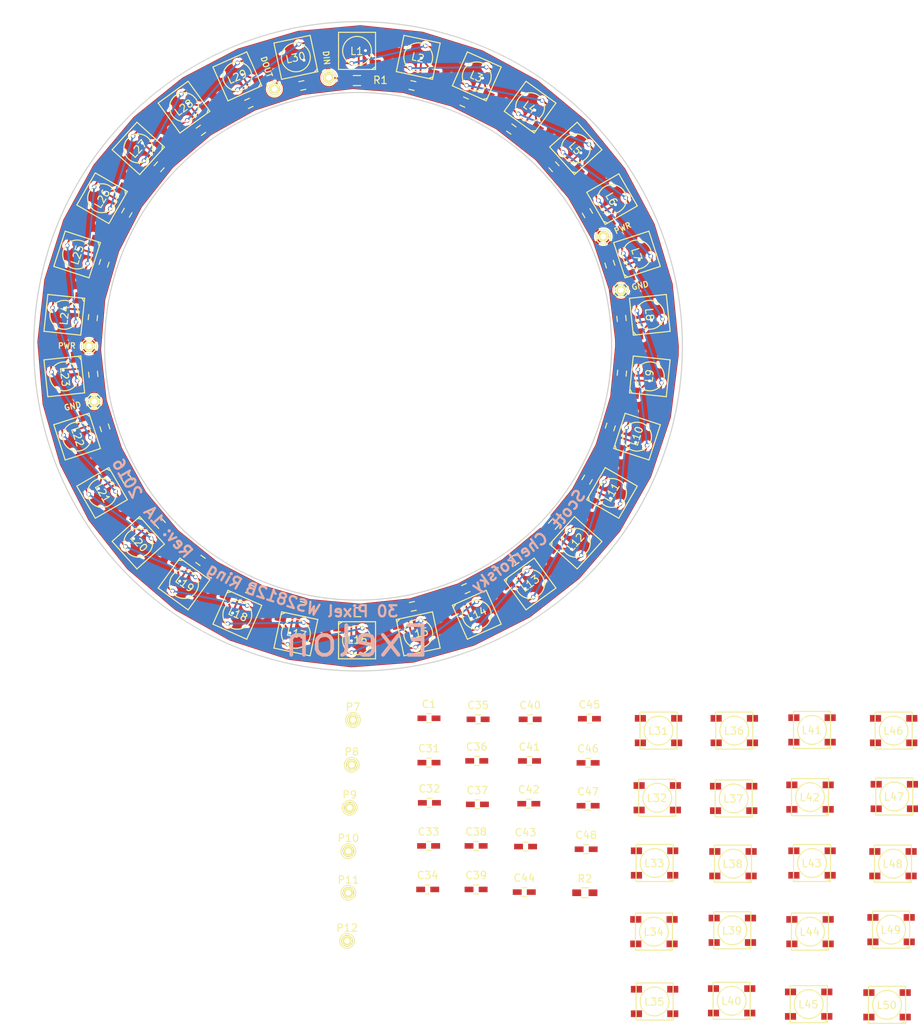
<source format=kicad_pcb>
(kicad_pcb (version 4) (host pcbnew 4.0.1-stable)
  (title_block (title "WS2812B LED Ring 30cnt") (rev A1) (company Exelon) (comment 1 "Author: Scott Cherkofsky"))
  (layers (0 F.Cu signal) (31 B.Cu signal) (34 B.Paste user) (35 F.Paste user) (36 B.SilkS user hide) (37 F.SilkS user hide) (38 B.Mask user) (39 F.Mask user) (44 Edge.Cuts user))
  (net 0 "")
  (net 1 GND)
  (net 2 "Net-(L1-Pad4)")
  (net 3 "Net-(L1-Pad2)")
  (net 4 "Net-(L2-Pad2)")
  (net 5 "Net-(L27-Pad2)")
  (net 6 "Net-(L10-Pad4)")
  (net 7 "Net-(L28-Pad2)")
  (net 8 "Net-(L29-Pad2)")
  (net 9 "Net-(L20-Pad2)")
  (net 10 "Net-(L10-Pad2)")
  (net 11 "Net-(L11-Pad2)")
  (net 12 "Net-(L12-Pad2)")
  (net 13 "Net-(L13-Pad2)")
  (net 14 "Net-(L14-Pad2)")
  (net 15 "Net-(L15-Pad2)")
  (net 16 "Net-(L16-Pad2)")
  (net 17 "Net-(L17-Pad2)")
  (net 18 "Net-(L18-Pad2)")
  (net 19 "Net-(L19-Pad2)")
  (net 20 "Net-(L21-Pad2)")
  (net 21 "Net-(L22-Pad2)")
  (net 22 "Net-(L23-Pad2)")
  (net 23 "Net-(L24-Pad2)")
  (net 24 "Net-(L25-Pad2)")
  (net 25 "Net-(L3-Pad2)")
  (net 26 "Net-(L4-Pad2)")
  (net 27 "Net-(L5-Pad2)")
  (net 28 "Net-(L6-Pad2)")
  (net 29 "Net-(L7-Pad2)")
  (net 30 "Net-(L8-Pad2)")
  (net 31 "Net-(L26-Pad2)")
  (net 32 +5V)
  (net 33 OUT_30Pixel)
  (net 34 "Net-(L31-Pad4)")
  (net 35 "Net-(L31-Pad2)")
  (net 36 "Net-(L32-Pad2)")
  (net 37 "Net-(L33-Pad2)")
  (net 38 "Net-(L34-Pad2)")
  (net 39 "Net-(L35-Pad2)")
  (net 40 "Net-(L36-Pad2)")
  (net 41 "Net-(L37-Pad2)")
  (net 42 "Net-(L38-Pad2)")
  (net 43 "Net-(L39-Pad2)")
  (net 44 "Net-(L40-Pad2)")
  (net 45 "Net-(L41-Pad2)")
  (net 46 "Net-(L42-Pad2)")
  (net 47 "Net-(L43-Pad2)")
  (net 48 "Net-(L44-Pad2)")
  (net 49 "Net-(L45-Pad2)")
  (net 50 "Net-(L46-Pad2)")
  (net 51 "Net-(L47-Pad2)")
  (net 52 "Net-(L48-Pad2)")
  (net 53 "Net-(L49-Pad2)")
  (net 54 OUT_20Pixel)
  (net 55 IN_30Pixel)
  (net 56 IN_20Pixel)
  (module Capacitors_SMD:C_0603_HandSoldering (layer F.Cu) (at 204.52 99.41 228)
    (fp_text reference C12 hide)
    (fp_text value 104 hide)
    (pad 1 smd rect (at -0.95 0 228) (size 1.2 0.75) (layers F.Cu F.Paste F.Mask) (net 32 +5V))
    (pad 2 smd rect (at 0.95 0 228) (size 1.2 0.75) (layers F.Cu F.Paste F.Mask) (net 1 GND))
  )
  (module Capacitors_SMD:C_0603_HandSoldering (layer F.Cu) (at 185.47 40.23 348)
    (fp_text reference C2 hide)
    (fp_text value 104 hide)
    (pad 1 smd rect (at -0.95 0 348) (size 1.2 0.75) (layers F.Cu F.Paste F.Mask) (net 32 +5V))
    (pad 2 smd rect (at 0.95 0 348) (size 1.2 0.75) (layers F.Cu F.Paste F.Mask) (net 1 GND))
  )
  (module Capacitors_SMD:C_0603_HandSoldering (layer F.Cu) (at 192.45 42.47 336)
    (fp_text reference C3 hide)
    (fp_text value 104 hide)
    (pad 1 smd rect (at -0.95 0 336) (size 1.2 0.75) (layers F.Cu F.Paste F.Mask) (net 32 +5V))
    (pad 2 smd rect (at 0.95 0 336) (size 1.2 0.75) (layers F.Cu F.Paste F.Mask) (net 1 GND))
  )
  (module Capacitors_SMD:C_0603_HandSoldering (layer F.Cu) (at 198.82 46.1 324)
    (fp_text reference C4 hide)
    (fp_text value 104 hide)
    (pad 1 smd rect (at -0.95 0 324) (size 1.2 0.75) (layers F.Cu F.Paste F.Mask) (net 32 +5V))
    (pad 2 smd rect (at 0.95 0 324) (size 1.2 0.75) (layers F.Cu F.Paste F.Mask) (net 1 GND))
  )
  (module Capacitors_SMD:C_0603_HandSoldering (layer F.Cu) (at 204.58 51.19 312)
    (fp_text reference C5 hide)
    (fp_text value 104 hide)
    (pad 1 smd rect (at -0.95 0 312) (size 1.2 0.75) (layers F.Cu F.Paste F.Mask) (net 32 +5V))
    (pad 2 smd rect (at 0.95 0 312) (size 1.2 0.75) (layers F.Cu F.Paste F.Mask) (net 1 GND))
  )
  (module Capacitors_SMD:C_0603_HandSoldering (layer F.Cu) (at 209.09 57.45 300)
    (fp_text reference C6 hide)
    (fp_text value 104 hide)
    (pad 1 smd rect (at -0.95 0 300) (size 1.2 0.75) (layers F.Cu F.Paste F.Mask) (net 32 +5V))
    (pad 2 smd rect (at 0.95 0 300) (size 1.2 0.75) (layers F.Cu F.Paste F.Mask) (net 1 GND))
  )
  (module Capacitors_SMD:C_0603_HandSoldering (layer F.Cu) (at 212.12 64.32 288)
    (fp_text reference C7 hide)
    (fp_text value 104 hide)
    (pad 1 smd rect (at -0.95 0 288) (size 1.2 0.75) (layers F.Cu F.Paste F.Mask) (net 32 +5V))
    (pad 2 smd rect (at 0.95 0 288) (size 1.2 0.75) (layers F.Cu F.Paste F.Mask) (net 1 GND))
  )
  (module Capacitors_SMD:C_0603_HandSoldering (layer F.Cu) (at 213.69 71.64 276)
    (fp_text reference C8 hide)
    (fp_text value 104 hide)
    (pad 1 smd rect (at -0.95 0 276) (size 1.2 0.75) (layers F.Cu F.Paste F.Mask) (net 32 +5V))
    (pad 2 smd rect (at 0.95 0 276) (size 1.2 0.75) (layers F.Cu F.Paste F.Mask) (net 1 GND))
  )
  (module Capacitors_SMD:C_0603_HandSoldering (layer F.Cu) (at 213.74 79.02 264)
    (fp_text reference C9 hide)
    (fp_text value 104 hide)
    (pad 1 smd rect (at -0.95 0 264) (size 1.2 0.75) (layers F.Cu F.Paste F.Mask) (net 32 +5V))
    (pad 2 smd rect (at 0.95 0 264) (size 1.2 0.75) (layers F.Cu F.Paste F.Mask) (net 1 GND))
  )
  (module Capacitors_SMD:C_0603_HandSoldering (layer F.Cu) (at 212.18 86.28 252)
    (fp_text reference C10 hide)
    (fp_text value 104 hide)
    (pad 1 smd rect (at -0.95 0 252) (size 1.2 0.75) (layers F.Cu F.Paste F.Mask) (net 32 +5V))
    (pad 2 smd rect (at 0.95 0 252) (size 1.2 0.75) (layers F.Cu F.Paste F.Mask) (net 1 GND))
  )
  (module Capacitors_SMD:C_0603_HandSoldering (layer F.Cu) (at 209.05 93.38 240)
    (fp_text reference C11 hide)
    (fp_text value 104 hide)
    (pad 1 smd rect (at -0.95 0 240) (size 1.2 0.75) (layers F.Cu F.Paste F.Mask) (net 32 +5V))
    (pad 2 smd rect (at 0.95 0 240) (size 1.2 0.75) (layers F.Cu F.Paste F.Mask) (net 1 GND))
  )
  (module Capacitors_SMD:C_0603_HandSoldering (layer F.Cu) (at 199.21 104.27 216)
    (fp_text reference C13 hide)
    (fp_text value 104 hide)
    (pad 1 smd rect (at -0.95 0 216) (size 1.2 0.75) (layers F.Cu F.Paste F.Mask) (net 32 +5V))
    (pad 2 smd rect (at 0.95 0 216) (size 1.2 0.75) (layers F.Cu F.Paste F.Mask) (net 1 GND))
  )
  (module Capacitors_SMD:C_0603_HandSoldering (layer F.Cu) (at 192.67 108.07 204)
    (fp_text reference C14 hide)
    (fp_text value 104 hide)
    (pad 1 smd rect (at -0.95 0 204) (size 1.2 0.75) (layers F.Cu F.Paste F.Mask) (net 32 +5V))
    (pad 2 smd rect (at 0.95 0 204) (size 1.2 0.75) (layers F.Cu F.Paste F.Mask) (net 1 GND))
  )
  (module Capacitors_SMD:C_0603_HandSoldering (layer F.Cu) (at 185.52 110.47 192)
    (fp_text reference C15 hide)
    (fp_text value 104 hide)
    (pad 1 smd rect (at -0.95 0 192) (size 1.2 0.75) (layers F.Cu F.Paste F.Mask) (net 32 +5V))
    (pad 2 smd rect (at 0.95 0 192) (size 1.2 0.75) (layers F.Cu F.Paste F.Mask) (net 1 GND))
  )
  (module Capacitors_SMD:C_0603_HandSoldering (layer F.Cu) (at 178.15 111.26 180)
    (fp_text reference C16 hide)
    (fp_text value 104 hide)
    (pad 1 smd rect (at -0.95 0 180) (size 1.2 0.75) (layers F.Cu F.Paste F.Mask) (net 32 +5V))
    (pad 2 smd rect (at 0.95 0 180) (size 1.2 0.75) (layers F.Cu F.Paste F.Mask) (net 1 GND))
  )
  (module Capacitors_SMD:C_0603_HandSoldering (layer F.Cu) (at 170.55 110.47 168)
    (fp_text reference C17 hide)
    (fp_text value 104 hide)
    (pad 1 smd rect (at -0.95 0 168) (size 1.2 0.75) (layers F.Cu F.Paste F.Mask) (net 32 +5V))
    (pad 2 smd rect (at 0.95 0 168) (size 1.2 0.75) (layers F.Cu F.Paste F.Mask) (net 1 GND))
  )
  (module Capacitors_SMD:C_0603_HandSoldering (layer F.Cu) (at 163.5 108.18 156)
    (fp_text reference C18 hide)
    (fp_text value 104 hide)
    (pad 1 smd rect (at -0.95 0 156) (size 1.2 0.75) (layers F.Cu F.Paste F.Mask) (net 32 +5V))
    (pad 2 smd rect (at 0.95 0 156) (size 1.2 0.75) (layers F.Cu F.Paste F.Mask) (net 1 GND))
  )
  (module Capacitors_SMD:C_0603_HandSoldering (layer F.Cu) (at 156.86 104.27 144)
    (fp_text reference C19 hide)
    (fp_text value 104 hide)
    (pad 1 smd rect (at -0.95 0 144) (size 1.2 0.75) (layers F.Cu F.Paste F.Mask) (net 32 +5V))
    (pad 2 smd rect (at 0.95 0 144) (size 1.2 0.75) (layers F.Cu F.Paste F.Mask) (net 1 GND))
  )
  (module Capacitors_SMD:C_0603_HandSoldering (layer F.Cu) (at 151.43 99.3 132)
    (fp_text reference C20 hide)
    (fp_text value 104 hide)
    (pad 1 smd rect (at -0.95 0 132) (size 1.2 0.75) (layers F.Cu F.Paste F.Mask) (net 32 +5V))
    (pad 2 smd rect (at 0.95 0 132) (size 1.2 0.75) (layers F.Cu F.Paste F.Mask) (net 1 GND))
  )
  (module Capacitors_SMD:C_0603_HandSoldering (layer F.Cu) (at 146.96 93.43 120)
    (fp_text reference C21 hide)
    (fp_text value 104 hide)
    (pad 1 smd rect (at -0.95 0 120) (size 1.2 0.75) (layers F.Cu F.Paste F.Mask) (net 32 +5V))
    (pad 2 smd rect (at 0.95 0 120) (size 1.2 0.75) (layers F.Cu F.Paste F.Mask) (net 1 GND))
  )
  (module Capacitors_SMD:C_0603_HandSoldering (layer F.Cu) (at 143.95 86.39 108)
    (fp_text reference C22 hide)
    (fp_text value 104 hide)
    (pad 1 smd rect (at -0.95 0 108) (size 1.2 0.75) (layers F.Cu F.Paste F.Mask) (net 32 +5V))
    (pad 2 smd rect (at 0.95 0 108) (size 1.2 0.75) (layers F.Cu F.Paste F.Mask) (net 1 GND))
  )
  (module Capacitors_SMD:C_0603_HandSoldering (layer F.Cu) (at 142.38 79.18 96)
    (fp_text reference C23 hide)
    (fp_text value 104 hide)
    (pad 1 smd rect (at -0.95 0 96) (size 1.2 0.75) (layers F.Cu F.Paste F.Mask) (net 32 +5V))
    (pad 2 smd rect (at 0.95 0 96) (size 1.2 0.75) (layers F.Cu F.Paste F.Mask) (net 1 GND))
  )
  (module Capacitors_SMD:C_0603_HandSoldering (layer F.Cu) (at 142.33 71.53 84)
    (fp_text reference C24 hide)
    (fp_text value 104 hide)
    (pad 1 smd rect (at -0.95 0 84) (size 1.2 0.75) (layers F.Cu F.Paste F.Mask) (net 32 +5V))
    (pad 2 smd rect (at 0.95 0 84) (size 1.2 0.75) (layers F.Cu F.Paste F.Mask) (net 1 GND))
  )
  (module Capacitors_SMD:C_0603_HandSoldering (layer F.Cu) (at 143.84 64.21 72)
    (fp_text reference C25 hide)
    (fp_text value 104 hide)
    (pad 1 smd rect (at -0.95 0 72) (size 1.2 0.75) (layers F.Cu F.Paste F.Mask) (net 32 +5V))
    (pad 2 smd rect (at 0.95 0 72) (size 1.2 0.75) (layers F.Cu F.Paste F.Mask) (net 1 GND))
  )
  (module Capacitors_SMD:C_0603_HandSoldering (layer F.Cu) (at 146.91 57.39 60)
    (fp_text reference C26 hide)
    (fp_text value 104 hide)
    (pad 1 smd rect (at -0.95 0 60) (size 1.2 0.75) (layers F.Cu F.Paste F.Mask) (net 32 +5V))
    (pad 2 smd rect (at 0.95 0 60) (size 1.2 0.75) (layers F.Cu F.Paste F.Mask) (net 1 GND))
  )
  (module Capacitors_SMD:C_0603_HandSoldering (layer F.Cu) (at 151.27 51.19 48)
    (fp_text reference C27 hide)
    (fp_text value 104 hide)
    (pad 1 smd rect (at -0.95 0 48) (size 1.2 0.75) (layers F.Cu F.Paste F.Mask) (net 32 +5V))
    (pad 2 smd rect (at 0.95 0 48) (size 1.2 0.75) (layers F.Cu F.Paste F.Mask) (net 1 GND))
  )
  (module Capacitors_SMD:C_0603_HandSoldering (layer F.Cu) (at 156.91 46.27 36)
    (fp_text reference C28 hide)
    (fp_text value 104 hide)
    (pad 1 smd rect (at -0.95 0 36) (size 1.2 0.75) (layers F.Cu F.Paste F.Mask) (net 32 +5V))
    (pad 2 smd rect (at 0.95 0 36) (size 1.2 0.75) (layers F.Cu F.Paste F.Mask) (net 1 GND))
  )
  (module Capacitors_SMD:C_0603_HandSoldering (layer F.Cu) (at 163.39 42.64 24)
    (fp_text reference C29 hide)
    (fp_text value 104 hide)
    (pad 1 smd rect (at -0.95 0 24) (size 1.2 0.75) (layers F.Cu F.Paste F.Mask) (net 32 +5V))
    (pad 2 smd rect (at 0.95 0 24) (size 1.2 0.75) (layers F.Cu F.Paste F.Mask) (net 1 GND))
  )
  (module Capacitors_SMD:C_0603_HandSoldering (layer F.Cu) (at 170.6 40.23 12)
    (fp_text reference C30 hide)
    (fp_text value 104 hide)
    (pad 1 smd rect (at -0.95 0 12) (size 1.2 0.75) (layers F.Cu F.Paste F.Mask) (net 32 +5V))
    (pad 2 smd rect (at 0.95 0 12) (size 1.2 0.75) (layers F.Cu F.Paste F.Mask) (net 1 GND))
  )
  (module ThroughHolePads:1pin_0.762drill (layer F.Cu) (at 141.81 75.39)
    (fp_text reference P1 hide)
    (fp_text value CONN_01X01 hide)
    (pad 1 thru_hole circle (at 0 0) (size 1.524 1.524) (drill 0.762) (layers *.Cu *.Mask F.SilkS) (net 32 +5V))
  )
  (module ThroughHolePads:1pin_0.762drill (layer F.Cu) (at 174.18 39.16)
    (fp_text reference P2 hide)
    (fp_text value CONN_01X01 hide)
    (pad 1 thru_hole circle (at 0 0) (size 1.524 1.524) (drill 0.762) (layers *.Cu *.Mask F.SilkS) (net 55 IN_30Pixel))
  )
  (module ThroughHolePads:1pin_0.762drill (layer F.Cu) (at 142.5 82.84)
    (fp_text reference P3 hide)
    (fp_text value CONN_01X01 hide)
    (pad 1 thru_hole circle (at 0 0) (size 1.524 1.524) (drill 0.762) (layers *.Cu *.Mask F.SilkS) (net 1 GND))
  )
  (module ThroughHolePads:1pin_0.762drill (layer F.Cu) (at 211.23 60.61)
    (fp_text reference P4 hide)
    (fp_text value CONN_01X01 hide)
    (pad 1 thru_hole circle (at 0 0) (size 1.524 1.524) (drill 0.762) (layers *.Cu *.Mask F.SilkS) (net 32 +5V))
  )
  (module ThroughHolePads:1pin_0.762drill (layer F.Cu) (at 213.6 67.83)
    (fp_text reference P5 hide)
    (fp_text value CONN_01X01 hide)
    (pad 1 thru_hole circle (at 0 0) (size 1.524 1.524) (drill 0.762) (layers *.Cu *.Mask F.SilkS) (net 1 GND))
  )
  (module ThroughHolePads:1pin_0.762drill (layer F.Cu) (at 166.83 40.7)
    (fp_text reference P6 hide)
    (fp_text value CONN_01X01 hide)
    (pad 1 thru_hole circle (at 0 0) (size 1.524 1.524) (drill 0.762) (layers *.Cu *.Mask F.SilkS) (net 33 OUT_30Pixel))
  )
  (module Resistors_SMD:R_0603_HandSoldering (layer F.Cu) (at 177.98 39.56)
    (fp_text reference R1 (at 3.16 -0.05) (layer F.SilkS))
    (fp_text value 471 hide)
    (pad 1 smd rect (at -1.1 0) (size 1.2 0.9) (layers F.Cu F.Paste F.Mask) (net 2 "Net-(L1-Pad4)"))
    (pad 2 smd rect (at 1.1 0) (size 1.2 0.9) (layers F.Cu F.Paste F.Mask) (net 55 IN_30Pixel))
  )
  (module Capacitors_SMD:C_0603_HandSoldering (layer F.Cu) (at 187.7 125.56)
    (fp_text reference C1 (at 0 -1.9) (layer F.SilkS))
    (fp_text value 104)
    (pad 1 smd rect (at -0.95 0) (size 1.2 0.75) (layers F.Cu F.Paste F.Mask) (net 32 +5V))
    (pad 2 smd rect (at 0.95 0) (size 1.2 0.75) (layers F.Cu F.Paste F.Mask) (net 1 GND))
  )
  (module Capacitors_SMD:C_0603_HandSoldering (layer F.Cu) (at 187.7 131.54)
    (fp_text reference C31 (at 0 -1.9) (layer F.SilkS))
    (fp_text value 104)
    (pad 1 smd rect (at -0.95 0) (size 1.2 0.75) (layers F.Cu F.Paste F.Mask) (net 32 +5V))
    (pad 2 smd rect (at 0.95 0) (size 1.2 0.75) (layers F.Cu F.Paste F.Mask) (net 1 GND))
  )
  (module Capacitors_SMD:C_0603_HandSoldering (layer F.Cu) (at 187.76 136.96)
    (fp_text reference C32 (at 0 -1.9) (layer F.SilkS))
    (fp_text value 104)
    (pad 1 smd rect (at -0.95 0) (size 1.2 0.75) (layers F.Cu F.Paste F.Mask) (net 32 +5V))
    (pad 2 smd rect (at 0.95 0) (size 1.2 0.75) (layers F.Cu F.Paste F.Mask) (net 1 GND))
  )
  (module Capacitors_SMD:C_0603_HandSoldering (layer F.Cu) (at 187.65 142.77)
    (fp_text reference C33 (at 0 -1.9) (layer F.SilkS))
    (fp_text value 104)
    (pad 1 smd rect (at -0.95 0) (size 1.2 0.75) (layers F.Cu F.Paste F.Mask) (net 32 +5V))
    (pad 2 smd rect (at 0.95 0) (size 1.2 0.75) (layers F.Cu F.Paste F.Mask) (net 1 GND))
  )
  (module Capacitors_SMD:C_0603_HandSoldering (layer F.Cu) (at 187.53 148.64)
    (fp_text reference C34 (at 0 -1.9) (layer F.SilkS))
    (fp_text value 104)
    (pad 1 smd rect (at -0.95 0) (size 1.2 0.75) (layers F.Cu F.Paste F.Mask) (net 32 +5V))
    (pad 2 smd rect (at 0.95 0) (size 1.2 0.75) (layers F.Cu F.Paste F.Mask) (net 1 GND))
  )
  (module Capacitors_SMD:C_0603_HandSoldering (layer F.Cu) (at 194.33 125.7)
    (fp_text reference C35 (at 0 -1.9) (layer F.SilkS))
    (fp_text value 104)
    (pad 1 smd rect (at -0.95 0) (size 1.2 0.75) (layers F.Cu F.Paste F.Mask) (net 32 +5V))
    (pad 2 smd rect (at 0.95 0) (size 1.2 0.75) (layers F.Cu F.Paste F.Mask) (net 1 GND))
  )
  (module Capacitors_SMD:C_0603_HandSoldering (layer F.Cu) (at 194.15 131.3)
    (fp_text reference C36 (at 0 -1.9) (layer F.SilkS))
    (fp_text value 104)
    (pad 1 smd rect (at -0.95 0) (size 1.2 0.75) (layers F.Cu F.Paste F.Mask) (net 32 +5V))
    (pad 2 smd rect (at 0.95 0) (size 1.2 0.75) (layers F.Cu F.Paste F.Mask) (net 1 GND))
  )
  (module Capacitors_SMD:C_0603_HandSoldering (layer F.Cu) (at 194.24 137.17)
    (fp_text reference C37 (at 0 -1.9) (layer F.SilkS))
    (fp_text value 104)
    (pad 1 smd rect (at -0.95 0) (size 1.2 0.75) (layers F.Cu F.Paste F.Mask) (net 32 +5V))
    (pad 2 smd rect (at 0.95 0) (size 1.2 0.75) (layers F.Cu F.Paste F.Mask) (net 1 GND))
  )
  (module Capacitors_SMD:C_0603_HandSoldering (layer F.Cu) (at 194.06 142.77)
    (fp_text reference C38 (at 0 -1.9) (layer F.SilkS))
    (fp_text value 104)
    (pad 1 smd rect (at -0.95 0) (size 1.2 0.75) (layers F.Cu F.Paste F.Mask) (net 32 +5V))
    (pad 2 smd rect (at 0.95 0) (size 1.2 0.75) (layers F.Cu F.Paste F.Mask) (net 1 GND))
  )
  (module Capacitors_SMD:C_0603_HandSoldering (layer F.Cu) (at 194.06 148.64)
    (fp_text reference C39 (at 0 -1.9) (layer F.SilkS))
    (fp_text value 104)
    (pad 1 smd rect (at -0.95 0) (size 1.2 0.75) (layers F.Cu F.Paste F.Mask) (net 32 +5V))
    (pad 2 smd rect (at 0.95 0) (size 1.2 0.75) (layers F.Cu F.Paste F.Mask) (net 1 GND))
  )
  (module Capacitors_SMD:C_0603_HandSoldering (layer F.Cu) (at 201.36 125.7)
    (fp_text reference C40 (at 0 -1.9) (layer F.SilkS))
    (fp_text value 104)
    (pad 1 smd rect (at -0.95 0) (size 1.2 0.75) (layers F.Cu F.Paste F.Mask) (net 32 +5V))
    (pad 2 smd rect (at 0.95 0) (size 1.2 0.75) (layers F.Cu F.Paste F.Mask) (net 1 GND))
  )
  (module Capacitors_SMD:C_0603_HandSoldering (layer F.Cu) (at 201.27 131.31)
    (fp_text reference C41 (at 0 -1.9) (layer F.SilkS))
    (fp_text value 104)
    (pad 1 smd rect (at -0.95 0) (size 1.2 0.75) (layers F.Cu F.Paste F.Mask) (net 32 +5V))
    (pad 2 smd rect (at 0.95 0) (size 1.2 0.75) (layers F.Cu F.Paste F.Mask) (net 1 GND))
  )
  (module Capacitors_SMD:C_0603_HandSoldering (layer F.Cu) (at 201.18 137.08)
    (fp_text reference C42 (at 0 -1.9) (layer F.SilkS))
    (fp_text value 104)
    (pad 1 smd rect (at -0.95 0) (size 1.2 0.75) (layers F.Cu F.Paste F.Mask) (net 32 +5V))
    (pad 2 smd rect (at 0.95 0) (size 1.2 0.75) (layers F.Cu F.Paste F.Mask) (net 1 GND))
  )
  (module Capacitors_SMD:C_0603_HandSoldering (layer F.Cu) (at 200.74 142.86)
    (fp_text reference C43 (at 0 -1.9) (layer F.SilkS))
    (fp_text value 104)
    (pad 1 smd rect (at -0.95 0) (size 1.2 0.75) (layers F.Cu F.Paste F.Mask) (net 32 +5V))
    (pad 2 smd rect (at 0.95 0) (size 1.2 0.75) (layers F.Cu F.Paste F.Mask) (net 1 GND))
  )
  (module Capacitors_SMD:C_0603_HandSoldering (layer F.Cu) (at 200.56 149)
    (fp_text reference C44 (at 0 -1.9) (layer F.SilkS))
    (fp_text value 104)
    (pad 1 smd rect (at -0.95 0) (size 1.2 0.75) (layers F.Cu F.Paste F.Mask) (net 32 +5V))
    (pad 2 smd rect (at 0.95 0) (size 1.2 0.75) (layers F.Cu F.Paste F.Mask) (net 1 GND))
  )
  (module Capacitors_SMD:C_0603_HandSoldering (layer F.Cu) (at 209.36 125.62)
    (fp_text reference C45 (at 0 -1.9) (layer F.SilkS))
    (fp_text value 104)
    (pad 1 smd rect (at -0.95 0) (size 1.2 0.75) (layers F.Cu F.Paste F.Mask) (net 32 +5V))
    (pad 2 smd rect (at 0.95 0) (size 1.2 0.75) (layers F.Cu F.Paste F.Mask) (net 1 GND))
  )
  (module Capacitors_SMD:C_0603_HandSoldering (layer F.Cu) (at 209.18 131.57)
    (fp_text reference C46 (at 0 -1.9) (layer F.SilkS))
    (fp_text value 104)
    (pad 1 smd rect (at -0.95 0) (size 1.2 0.75) (layers F.Cu F.Paste F.Mask) (net 32 +5V))
    (pad 2 smd rect (at 0.95 0) (size 1.2 0.75) (layers F.Cu F.Paste F.Mask) (net 1 GND))
  )
  (module Capacitors_SMD:C_0603_HandSoldering (layer F.Cu) (at 209.18 137.35)
    (fp_text reference C47 (at 0 -1.9) (layer F.SilkS))
    (fp_text value 104)
    (pad 1 smd rect (at -0.95 0) (size 1.2 0.75) (layers F.Cu F.Paste F.Mask) (net 32 +5V))
    (pad 2 smd rect (at 0.95 0) (size 1.2 0.75) (layers F.Cu F.Paste F.Mask) (net 1 GND))
  )
  (module Capacitors_SMD:C_0603_HandSoldering (layer F.Cu) (at 208.92 143.22)
    (fp_text reference C48 (at 0 -1.9) (layer F.SilkS))
    (fp_text value 104)
    (pad 1 smd rect (at -0.95 0) (size 1.2 0.75) (layers F.Cu F.Paste F.Mask) (net 32 +5V))
    (pad 2 smd rect (at 0.95 0) (size 1.2 0.75) (layers F.Cu F.Paste F.Mask) (net 1 GND))
  )
  (module ThroughHolePads:1pin_0.762drill (layer F.Cu) (at 177.44 125.79)
    (fp_text reference P7 (at 0 -1.75) (layer F.SilkS))
    (fp_text value CONN_01X01)
    (pad 1 thru_hole circle (at 0 0) (size 1.524 1.524) (drill 0.762) (layers *.Cu *.Mask F.SilkS) (net 56 IN_20Pixel))
  )
  (module ThroughHolePads:1pin_0.762drill (layer F.Cu) (at 177.27 131.84)
    (fp_text reference P8 (at 0 -1.75) (layer F.SilkS))
    (fp_text value CONN_01X01)
    (pad 1 thru_hole circle (at 0 0) (size 1.524 1.524) (drill 0.762) (layers *.Cu *.Mask F.SilkS) (net 1 GND))
  )
  (module ThroughHolePads:1pin_0.762drill (layer F.Cu) (at 177 137.62)
    (fp_text reference P9 (at 0 -1.75) (layer F.SilkS))
    (fp_text value CONN_01X01)
    (pad 1 thru_hole circle (at 0 0) (size 1.524 1.524) (drill 0.762) (layers *.Cu *.Mask F.SilkS) (net 32 +5V))
  )
  (module ThroughHolePads:1pin_0.762drill (layer F.Cu) (at 176.82 143.48)
    (fp_text reference P10 (at 0 -1.75) (layer F.SilkS))
    (fp_text value CONN_01X01)
    (pad 1 thru_hole circle (at 0 0) (size 1.524 1.524) (drill 0.762) (layers *.Cu *.Mask F.SilkS) (net 54 OUT_20Pixel))
  )
  (module ThroughHolePads:1pin_0.762drill (layer F.Cu) (at 176.82 149.09)
    (fp_text reference P11 (at 0 -1.75) (layer F.SilkS))
    (fp_text value CONN_01X01)
    (pad 1 thru_hole circle (at 0 0) (size 1.524 1.524) (drill 0.762) (layers *.Cu *.Mask F.SilkS) (net 1 GND))
  )
  (module ThroughHolePads:1pin_0.762drill (layer F.Cu) (at 176.64 155.58)
    (fp_text reference P12 (at 0 -1.75) (layer F.SilkS))
    (fp_text value CONN_01X01)
    (pad 1 thru_hole circle (at 0 0) (size 1.524 1.524) (drill 0.762) (layers *.Cu *.Mask F.SilkS) (net 32 +5V))
  )
  (module Resistors_SMD:R_0603_HandSoldering (layer F.Cu) (at 208.74 149.09)
    (fp_text reference R2 (at 0 -1.9) (layer F.SilkS))
    (fp_text value 471)
    (pad 1 smd rect (at -1.1 0) (size 1.2 0.9) (layers F.Cu F.Paste F.Mask) (net 34 "Net-(L31-Pad4)"))
    (pad 2 smd rect (at 1.1 0) (size 1.2 0.9) (layers F.Cu F.Paste F.Mask) (net 56 IN_20Pixel))
  )
  (module NeoPixel:WS2812B (layer F.Cu) (at 249.54 164.2)
    (fp_text reference L50 (at -0.05 0.05) (layer F.SilkS))
    (fp_text value WS2812B hide)
    (pad 4 smd rect (at 2.45 -1.65) (size 1.5 0.9) (layers F.Cu F.Paste F.Mask) (net 53 "Net-(L49-Pad2)"))
    (pad 3 smd rect (at 2.45 1.65) (size 1.5 0.9) (layers F.Cu F.Paste F.Mask) (net 1 GND))
    (pad 1 smd rect (at -2.45 -1.65) (size 1.5 0.9) (layers F.Cu F.Paste F.Mask) (net 32 +5V))
    (pad 2 smd rect (at -2.45 1.65) (size 1.5 0.9) (layers F.Cu F.Paste F.Mask) (net 54 OUT_20Pixel))
  )
  (module NeoPixel:WS2812B (layer F.Cu) (at 250.08 154.06)
    (fp_text reference L49 (at -0.05 0.05) (layer F.SilkS))
    (fp_text value WS2812B hide)
    (pad 4 smd rect (at 2.45 -1.65) (size 1.5 0.9) (layers F.Cu F.Paste F.Mask) (net 52 "Net-(L48-Pad2)"))
    (pad 3 smd rect (at 2.45 1.65) (size 1.5 0.9) (layers F.Cu F.Paste F.Mask) (net 1 GND))
    (pad 1 smd rect (at -2.45 -1.65) (size 1.5 0.9) (layers F.Cu F.Paste F.Mask) (net 32 +5V))
    (pad 2 smd rect (at -2.45 1.65) (size 1.5 0.9) (layers F.Cu F.Paste F.Mask) (net 53 "Net-(L49-Pad2)"))
  )
  (module NeoPixel:WS2812B (layer F.Cu) (at 250.34 145.17)
    (fp_text reference L48 (at -0.05 0.05) (layer F.SilkS))
    (fp_text value WS2812B hide)
    (pad 4 smd rect (at 2.45 -1.65) (size 1.5 0.9) (layers F.Cu F.Paste F.Mask) (net 51 "Net-(L47-Pad2)"))
    (pad 3 smd rect (at 2.45 1.65) (size 1.5 0.9) (layers F.Cu F.Paste F.Mask) (net 1 GND))
    (pad 1 smd rect (at -2.45 -1.65) (size 1.5 0.9) (layers F.Cu F.Paste F.Mask) (net 32 +5V))
    (pad 2 smd rect (at -2.45 1.65) (size 1.5 0.9) (layers F.Cu F.Paste F.Mask) (net 52 "Net-(L48-Pad2)"))
  )
  (module NeoPixel:WS2812B (layer F.Cu) (at 250.52 136.11)
    (fp_text reference L47 (at -0.05 0.05) (layer F.SilkS))
    (fp_text value WS2812B hide)
    (pad 4 smd rect (at 2.45 -1.65) (size 1.5 0.9) (layers F.Cu F.Paste F.Mask) (net 50 "Net-(L46-Pad2)"))
    (pad 3 smd rect (at 2.45 1.65) (size 1.5 0.9) (layers F.Cu F.Paste F.Mask) (net 1 GND))
    (pad 1 smd rect (at -2.45 -1.65) (size 1.5 0.9) (layers F.Cu F.Paste F.Mask) (net 32 +5V))
    (pad 2 smd rect (at -2.45 1.65) (size 1.5 0.9) (layers F.Cu F.Paste F.Mask) (net 51 "Net-(L47-Pad2)"))
  )
  (module NeoPixel:WS2812B (layer F.Cu) (at 250.43 127.22)
    (fp_text reference L46 (at -0.05 0.05) (layer F.SilkS))
    (fp_text value WS2812B hide)
    (pad 4 smd rect (at 2.45 -1.65) (size 1.5 0.9) (layers F.Cu F.Paste F.Mask) (net 49 "Net-(L45-Pad2)"))
    (pad 3 smd rect (at 2.45 1.65) (size 1.5 0.9) (layers F.Cu F.Paste F.Mask) (net 1 GND))
    (pad 1 smd rect (at -2.45 -1.65) (size 1.5 0.9) (layers F.Cu F.Paste F.Mask) (net 32 +5V))
    (pad 2 smd rect (at -2.45 1.65) (size 1.5 0.9) (layers F.Cu F.Paste F.Mask) (net 50 "Net-(L46-Pad2)"))
  )
  (module NeoPixel:WS2812B (layer F.Cu) (at 238.96 164.11)
    (fp_text reference L45 (at -0.05 0.05) (layer F.SilkS))
    (fp_text value WS2812B hide)
    (pad 4 smd rect (at 2.45 -1.65) (size 1.5 0.9) (layers F.Cu F.Paste F.Mask) (net 48 "Net-(L44-Pad2)"))
    (pad 3 smd rect (at 2.45 1.65) (size 1.5 0.9) (layers F.Cu F.Paste F.Mask) (net 1 GND))
    (pad 1 smd rect (at -2.45 -1.65) (size 1.5 0.9) (layers F.Cu F.Paste F.Mask) (net 32 +5V))
    (pad 2 smd rect (at -2.45 1.65) (size 1.5 0.9) (layers F.Cu F.Paste F.Mask) (net 49 "Net-(L45-Pad2)"))
  )
  (module NeoPixel:WS2812B (layer F.Cu) (at 239.14 154.33)
    (fp_text reference L44 (at -0.05 0.05) (layer F.SilkS))
    (fp_text value WS2812B hide)
    (pad 4 smd rect (at 2.45 -1.65) (size 1.5 0.9) (layers F.Cu F.Paste F.Mask) (net 47 "Net-(L43-Pad2)"))
    (pad 3 smd rect (at 2.45 1.65) (size 1.5 0.9) (layers F.Cu F.Paste F.Mask) (net 1 GND))
    (pad 1 smd rect (at -2.45 -1.65) (size 1.5 0.9) (layers F.Cu F.Paste F.Mask) (net 32 +5V))
    (pad 2 smd rect (at -2.45 1.65) (size 1.5 0.9) (layers F.Cu F.Paste F.Mask) (net 48 "Net-(L44-Pad2)"))
  )
  (module NeoPixel:WS2812B (layer F.Cu) (at 239.41 145.08)
    (fp_text reference L43 (at -0.05 0.05) (layer F.SilkS))
    (fp_text value WS2812B hide)
    (pad 4 smd rect (at 2.45 -1.65) (size 1.5 0.9) (layers F.Cu F.Paste F.Mask) (net 46 "Net-(L42-Pad2)"))
    (pad 3 smd rect (at 2.45 1.65) (size 1.5 0.9) (layers F.Cu F.Paste F.Mask) (net 1 GND))
    (pad 1 smd rect (at -2.45 -1.65) (size 1.5 0.9) (layers F.Cu F.Paste F.Mask) (net 32 +5V))
    (pad 2 smd rect (at -2.45 1.65) (size 1.5 0.9) (layers F.Cu F.Paste F.Mask) (net 47 "Net-(L43-Pad2)"))
  )
  (module NeoPixel:WS2812B (layer F.Cu) (at 239.14 136.19)
    (fp_text reference L42 (at -0.05 0.05) (layer F.SilkS))
    (fp_text value WS2812B hide)
    (pad 4 smd rect (at 2.45 -1.65) (size 1.5 0.9) (layers F.Cu F.Paste F.Mask) (net 45 "Net-(L41-Pad2)"))
    (pad 3 smd rect (at 2.45 1.65) (size 1.5 0.9) (layers F.Cu F.Paste F.Mask) (net 1 GND))
    (pad 1 smd rect (at -2.45 -1.65) (size 1.5 0.9) (layers F.Cu F.Paste F.Mask) (net 32 +5V))
    (pad 2 smd rect (at -2.45 1.65) (size 1.5 0.9) (layers F.Cu F.Paste F.Mask) (net 46 "Net-(L42-Pad2)"))
  )
  (module NeoPixel:WS2812B (layer F.Cu) (at 239.41 127.13)
    (fp_text reference L41 (at -0.05 0.05) (layer F.SilkS))
    (fp_text value WS2812B hide)
    (pad 4 smd rect (at 2.45 -1.65) (size 1.5 0.9) (layers F.Cu F.Paste F.Mask) (net 44 "Net-(L40-Pad2)"))
    (pad 3 smd rect (at 2.45 1.65) (size 1.5 0.9) (layers F.Cu F.Paste F.Mask) (net 1 GND))
    (pad 1 smd rect (at -2.45 -1.65) (size 1.5 0.9) (layers F.Cu F.Paste F.Mask) (net 32 +5V))
    (pad 2 smd rect (at -2.45 1.65) (size 1.5 0.9) (layers F.Cu F.Paste F.Mask) (net 45 "Net-(L41-Pad2)"))
  )
  (module NeoPixel:WS2812B (layer F.Cu) (at 228.56 163.66)
    (fp_text reference L40 (at -0.05 0.05) (layer F.SilkS))
    (fp_text value WS2812B hide)
    (pad 4 smd rect (at 2.45 -1.65) (size 1.5 0.9) (layers F.Cu F.Paste F.Mask) (net 43 "Net-(L39-Pad2)"))
    (pad 3 smd rect (at 2.45 1.65) (size 1.5 0.9) (layers F.Cu F.Paste F.Mask) (net 1 GND))
    (pad 1 smd rect (at -2.45 -1.65) (size 1.5 0.9) (layers F.Cu F.Paste F.Mask) (net 32 +5V))
    (pad 2 smd rect (at -2.45 1.65) (size 1.5 0.9) (layers F.Cu F.Paste F.Mask) (net 44 "Net-(L40-Pad2)"))
  )
  (module NeoPixel:WS2812B (layer F.Cu) (at 228.65 154.15)
    (fp_text reference L39 (at -0.05 0.05) (layer F.SilkS))
    (fp_text value WS2812B hide)
    (pad 4 smd rect (at 2.45 -1.65) (size 1.5 0.9) (layers F.Cu F.Paste F.Mask) (net 42 "Net-(L38-Pad2)"))
    (pad 3 smd rect (at 2.45 1.65) (size 1.5 0.9) (layers F.Cu F.Paste F.Mask) (net 1 GND))
    (pad 1 smd rect (at -2.45 -1.65) (size 1.5 0.9) (layers F.Cu F.Paste F.Mask) (net 32 +5V))
    (pad 2 smd rect (at -2.45 1.65) (size 1.5 0.9) (layers F.Cu F.Paste F.Mask) (net 43 "Net-(L39-Pad2)"))
  )
  (module NeoPixel:WS2812B (layer F.Cu) (at 228.74 145.17)
    (fp_text reference L38 (at -0.05 0.05) (layer F.SilkS))
    (fp_text value WS2812B hide)
    (pad 4 smd rect (at 2.45 -1.65) (size 1.5 0.9) (layers F.Cu F.Paste F.Mask) (net 41 "Net-(L37-Pad2)"))
    (pad 3 smd rect (at 2.45 1.65) (size 1.5 0.9) (layers F.Cu F.Paste F.Mask) (net 1 GND))
    (pad 1 smd rect (at -2.45 -1.65) (size 1.5 0.9) (layers F.Cu F.Paste F.Mask) (net 32 +5V))
    (pad 2 smd rect (at -2.45 1.65) (size 1.5 0.9) (layers F.Cu F.Paste F.Mask) (net 42 "Net-(L38-Pad2)"))
  )
  (module NeoPixel:WS2812B (layer F.Cu) (at 228.83 136.37)
    (fp_text reference L37 (at -0.05 0.05) (layer F.SilkS))
    (fp_text value WS2812B hide)
    (pad 4 smd rect (at 2.45 -1.65) (size 1.5 0.9) (layers F.Cu F.Paste F.Mask) (net 40 "Net-(L36-Pad2)"))
    (pad 3 smd rect (at 2.45 1.65) (size 1.5 0.9) (layers F.Cu F.Paste F.Mask) (net 1 GND))
    (pad 1 smd rect (at -2.45 -1.65) (size 1.5 0.9) (layers F.Cu F.Paste F.Mask) (net 32 +5V))
    (pad 2 smd rect (at -2.45 1.65) (size 1.5 0.9) (layers F.Cu F.Paste F.Mask) (net 41 "Net-(L37-Pad2)"))
  )
  (module NeoPixel:WS2812B (layer F.Cu) (at 228.92 127.22)
    (fp_text reference L36 (at -0.05 0.05) (layer F.SilkS))
    (fp_text value WS2812B hide)
    (pad 4 smd rect (at 2.45 -1.65) (size 1.5 0.9) (layers F.Cu F.Paste F.Mask) (net 39 "Net-(L35-Pad2)"))
    (pad 3 smd rect (at 2.45 1.65) (size 1.5 0.9) (layers F.Cu F.Paste F.Mask) (net 1 GND))
    (pad 1 smd rect (at -2.45 -1.65) (size 1.5 0.9) (layers F.Cu F.Paste F.Mask) (net 32 +5V))
    (pad 2 smd rect (at -2.45 1.65) (size 1.5 0.9) (layers F.Cu F.Paste F.Mask) (net 40 "Net-(L36-Pad2)"))
  )
  (module NeoPixel:WS2812B (layer F.Cu) (at 218.16 163.75)
    (fp_text reference L35 (at -0.05 0.05) (layer F.SilkS))
    (fp_text value WS2812B hide)
    (pad 4 smd rect (at 2.45 -1.65) (size 1.5 0.9) (layers F.Cu F.Paste F.Mask) (net 38 "Net-(L34-Pad2)"))
    (pad 3 smd rect (at 2.45 1.65) (size 1.5 0.9) (layers F.Cu F.Paste F.Mask) (net 1 GND))
    (pad 1 smd rect (at -2.45 -1.65) (size 1.5 0.9) (layers F.Cu F.Paste F.Mask) (net 32 +5V))
    (pad 2 smd rect (at -2.45 1.65) (size 1.5 0.9) (layers F.Cu F.Paste F.Mask) (net 39 "Net-(L35-Pad2)"))
  )
  (module NeoPixel:WS2812B (layer F.Cu) (at 218.07 154.33)
    (fp_text reference L34 (at -0.05 0.05) (layer F.SilkS))
    (fp_text value WS2812B hide)
    (pad 4 smd rect (at 2.45 -1.65) (size 1.5 0.9) (layers F.Cu F.Paste F.Mask) (net 37 "Net-(L33-Pad2)"))
    (pad 3 smd rect (at 2.45 1.65) (size 1.5 0.9) (layers F.Cu F.Paste F.Mask) (net 1 GND))
    (pad 1 smd rect (at -2.45 -1.65) (size 1.5 0.9) (layers F.Cu F.Paste F.Mask) (net 32 +5V))
    (pad 2 smd rect (at -2.45 1.65) (size 1.5 0.9) (layers F.Cu F.Paste F.Mask) (net 38 "Net-(L34-Pad2)"))
  )
  (module NeoPixel:WS2812B (layer F.Cu) (at 218.16 145.08)
    (fp_text reference L33 (at -0.05 0.05) (layer F.SilkS))
    (fp_text value WS2812B hide)
    (pad 4 smd rect (at 2.45 -1.65) (size 1.5 0.9) (layers F.Cu F.Paste F.Mask) (net 36 "Net-(L32-Pad2)"))
    (pad 3 smd rect (at 2.45 1.65) (size 1.5 0.9) (layers F.Cu F.Paste F.Mask) (net 1 GND))
    (pad 1 smd rect (at -2.45 -1.65) (size 1.5 0.9) (layers F.Cu F.Paste F.Mask) (net 32 +5V))
    (pad 2 smd rect (at -2.45 1.65) (size 1.5 0.9) (layers F.Cu F.Paste F.Mask) (net 37 "Net-(L33-Pad2)"))
  )
  (module NeoPixel:WS2812B (layer F.Cu) (at 218.52 136.28)
    (fp_text reference L32 (at -0.05 0.05) (layer F.SilkS))
    (fp_text value WS2812B hide)
    (pad 4 smd rect (at 2.45 -1.65) (size 1.5 0.9) (layers F.Cu F.Paste F.Mask) (net 35 "Net-(L31-Pad2)"))
    (pad 3 smd rect (at 2.45 1.65) (size 1.5 0.9) (layers F.Cu F.Paste F.Mask) (net 1 GND))
    (pad 1 smd rect (at -2.45 -1.65) (size 1.5 0.9) (layers F.Cu F.Paste F.Mask) (net 32 +5V))
    (pad 2 smd rect (at -2.45 1.65) (size 1.5 0.9) (layers F.Cu F.Paste F.Mask) (net 36 "Net-(L32-Pad2)"))
  )
  (module NeoPixel:WS2812B (layer F.Cu) (at 218.69 127.22)
    (fp_text reference L31 (at -0.05 0.05) (layer F.SilkS))
    (fp_text value WS2812B hide)
    (pad 4 smd rect (at 2.45 -1.65) (size 1.5 0.9) (layers F.Cu F.Paste F.Mask) (net 34 "Net-(L31-Pad4)"))
    (pad 3 smd rect (at 2.45 1.65) (size 1.5 0.9) (layers F.Cu F.Paste F.Mask) (net 1 GND))
    (pad 1 smd rect (at -2.45 -1.65) (size 1.5 0.9) (layers F.Cu F.Paste F.Mask) (net 32 +5V))
    (pad 2 smd rect (at -2.45 1.65) (size 1.5 0.9) (layers F.Cu F.Paste F.Mask) (net 35 "Net-(L31-Pad2)"))
  )
  (module NeoPixel:WS2812B (layer F.Cu) (at 169.73 36.43 12)
    (fp_text reference L30 (at -0.05 0.05 12) (layer F.SilkS))
    (fp_text value WS2812B hide)
    (pad 4 smd rect (at 2.45 -1.65 12) (size 1.5 0.9) (layers F.Cu F.Paste F.Mask) (net 8 "Net-(L29-Pad2)"))
    (pad 3 smd rect (at 2.45 1.65 12) (size 1.5 0.9) (layers F.Cu F.Paste F.Mask) (net 1 GND))
    (pad 1 smd rect (at -2.45 -1.65 12) (size 1.5 0.9) (layers F.Cu F.Paste F.Mask) (net 32 +5V))
    (pad 2 smd rect (at -2.45 1.65 12) (size 1.5 0.9) (layers F.Cu F.Paste F.Mask) (net 33 OUT_30Pixel))
  )
  (module NeoPixel:WS2812B (layer F.Cu) (at 161.83 39 24)
    (fp_text reference L29 (at -0.05 0.05 24) (layer F.SilkS))
    (fp_text value WS2812B hide)
    (pad 4 smd rect (at 2.45 -1.65 24) (size 1.5 0.9) (layers F.Cu F.Paste F.Mask) (net 7 "Net-(L28-Pad2)"))
    (pad 3 smd rect (at 2.45 1.65 24) (size 1.5 0.9) (layers F.Cu F.Paste F.Mask) (net 1 GND))
    (pad 1 smd rect (at -2.45 -1.65 24) (size 1.5 0.9) (layers F.Cu F.Paste F.Mask) (net 32 +5V))
    (pad 2 smd rect (at -2.45 1.65 24) (size 1.5 0.9) (layers F.Cu F.Paste F.Mask) (net 8 "Net-(L29-Pad2)"))
  )
  (module NeoPixel:WS2812B (layer F.Cu) (at 154.63 43.15 36)
    (fp_text reference L28 (at -0.05 0.05 36) (layer F.SilkS))
    (fp_text value WS2812B hide)
    (pad 4 smd rect (at 2.45 -1.65 36) (size 1.5 0.9) (layers F.Cu F.Paste F.Mask) (net 5 "Net-(L27-Pad2)"))
    (pad 3 smd rect (at 2.45 1.65 36) (size 1.5 0.9) (layers F.Cu F.Paste F.Mask) (net 1 GND))
    (pad 1 smd rect (at -2.45 -1.65 36) (size 1.5 0.9) (layers F.Cu F.Paste F.Mask) (net 32 +5V))
    (pad 2 smd rect (at -2.45 1.65 36) (size 1.5 0.9) (layers F.Cu F.Paste F.Mask) (net 7 "Net-(L28-Pad2)"))
  )
  (module NeoPixel:WS2812B (layer F.Cu) (at 148.46 48.71 48)
    (fp_text reference L27 (at -0.05 0.05 48) (layer F.SilkS))
    (fp_text value WS2812B hide)
    (pad 4 smd rect (at 2.45 -1.65 48) (size 1.5 0.9) (layers F.Cu F.Paste F.Mask) (net 31 "Net-(L26-Pad2)"))
    (pad 3 smd rect (at 2.45 1.65 48) (size 1.5 0.9) (layers F.Cu F.Paste F.Mask) (net 1 GND))
    (pad 1 smd rect (at -2.45 -1.65 48) (size 1.5 0.9) (layers F.Cu F.Paste F.Mask) (net 32 +5V))
    (pad 2 smd rect (at -2.45 1.65 48) (size 1.5 0.9) (layers F.Cu F.Paste F.Mask) (net 5 "Net-(L27-Pad2)"))
  )
  (module NeoPixel:WS2812B (layer F.Cu) (at 143.57 55.43 60)
    (fp_text reference L26 (at -0.05 0.05 60) (layer F.SilkS))
    (fp_text value WS2812B hide)
    (pad 4 smd rect (at 2.45 -1.65 60) (size 1.5 0.9) (layers F.Cu F.Paste F.Mask) (net 24 "Net-(L25-Pad2)"))
    (pad 3 smd rect (at 2.45 1.65 60) (size 1.5 0.9) (layers F.Cu F.Paste F.Mask) (net 1 GND))
    (pad 1 smd rect (at -2.45 -1.65 60) (size 1.5 0.9) (layers F.Cu F.Paste F.Mask) (net 32 +5V))
    (pad 2 smd rect (at -2.45 1.65 60) (size 1.5 0.9) (layers F.Cu F.Paste F.Mask) (net 31 "Net-(L26-Pad2)"))
  )
  (module NeoPixel:WS2812B (layer F.Cu) (at 140.2 63.02 72)
    (fp_text reference L25 (at -0.05 0.05 72) (layer F.SilkS))
    (fp_text value WS2812B hide)
    (pad 4 smd rect (at 2.45 -1.65 72) (size 1.5 0.9) (layers F.Cu F.Paste F.Mask) (net 23 "Net-(L24-Pad2)"))
    (pad 3 smd rect (at 2.45 1.65 72) (size 1.5 0.9) (layers F.Cu F.Paste F.Mask) (net 1 GND))
    (pad 1 smd rect (at -2.45 -1.65 72) (size 1.5 0.9) (layers F.Cu F.Paste F.Mask) (net 32 +5V))
    (pad 2 smd rect (at -2.45 1.65 72) (size 1.5 0.9) (layers F.Cu F.Paste F.Mask) (net 24 "Net-(L25-Pad2)"))
  )
  (module NeoPixel:WS2812B (layer F.Cu) (at 138.47 71.15 84)
    (fp_text reference L24 (at -0.05 0.05 84) (layer F.SilkS))
    (fp_text value WS2812B hide)
    (pad 4 smd rect (at 2.45 -1.65 84) (size 1.5 0.9) (layers F.Cu F.Paste F.Mask) (net 22 "Net-(L23-Pad2)"))
    (pad 3 smd rect (at 2.45 1.65 84) (size 1.5 0.9) (layers F.Cu F.Paste F.Mask) (net 1 GND))
    (pad 1 smd rect (at -2.45 -1.65 84) (size 1.5 0.9) (layers F.Cu F.Paste F.Mask) (net 32 +5V))
    (pad 2 smd rect (at -2.45 1.65 84) (size 1.5 0.9) (layers F.Cu F.Paste F.Mask) (net 23 "Net-(L24-Pad2)"))
  )
  (module NeoPixel:WS2812B (layer F.Cu) (at 138.47 79.45 96)
    (fp_text reference L23 (at -0.05 0.05 96) (layer F.SilkS))
    (fp_text value WS2812B hide)
    (pad 4 smd rect (at 2.45 -1.65 96) (size 1.5 0.9) (layers F.Cu F.Paste F.Mask) (net 21 "Net-(L22-Pad2)"))
    (pad 3 smd rect (at 2.45 1.65 96) (size 1.5 0.9) (layers F.Cu F.Paste F.Mask) (net 1 GND))
    (pad 1 smd rect (at -2.45 -1.65 96) (size 1.5 0.9) (layers F.Cu F.Paste F.Mask) (net 32 +5V))
    (pad 2 smd rect (at -2.45 1.65 96) (size 1.5 0.9) (layers F.Cu F.Paste F.Mask) (net 22 "Net-(L23-Pad2)"))
  )
  (module NeoPixel:WS2812B (layer F.Cu) (at 140.2 87.58 108)
    (fp_text reference L22 (at -0.05 0.05 108) (layer F.SilkS))
    (fp_text value WS2812B hide)
    (pad 4 smd rect (at 2.45 -1.65 108) (size 1.5 0.9) (layers F.Cu F.Paste F.Mask) (net 20 "Net-(L21-Pad2)"))
    (pad 3 smd rect (at 2.45 1.65 108) (size 1.5 0.9) (layers F.Cu F.Paste F.Mask) (net 1 GND))
    (pad 1 smd rect (at -2.45 -1.65 108) (size 1.5 0.9) (layers F.Cu F.Paste F.Mask) (net 32 +5V))
    (pad 2 smd rect (at -2.45 1.65 108) (size 1.5 0.9) (layers F.Cu F.Paste F.Mask) (net 21 "Net-(L22-Pad2)"))
  )
  (module NeoPixel:WS2812B (layer F.Cu) (at 143.57 95.17 120)
    (fp_text reference L21 (at -0.05 0.05 120) (layer F.SilkS))
    (fp_text value WS2812B hide)
    (pad 4 smd rect (at 2.45 -1.65 120) (size 1.5 0.9) (layers F.Cu F.Paste F.Mask) (net 9 "Net-(L20-Pad2)"))
    (pad 3 smd rect (at 2.45 1.65 120) (size 1.5 0.9) (layers F.Cu F.Paste F.Mask) (net 1 GND))
    (pad 1 smd rect (at -2.45 -1.65 120) (size 1.5 0.9) (layers F.Cu F.Paste F.Mask) (net 32 +5V))
    (pad 2 smd rect (at -2.45 1.65 120) (size 1.5 0.9) (layers F.Cu F.Paste F.Mask) (net 20 "Net-(L21-Pad2)"))
  )
  (module NeoPixel:WS2812B (layer F.Cu) (at 148.46 101.89 132)
    (fp_text reference L20 (at -0.05 0.05 132) (layer F.SilkS))
    (fp_text value WS2812B hide)
    (pad 4 smd rect (at 2.45 -1.65 132) (size 1.5 0.9) (layers F.Cu F.Paste F.Mask) (net 19 "Net-(L19-Pad2)"))
    (pad 3 smd rect (at 2.45 1.65 132) (size 1.5 0.9) (layers F.Cu F.Paste F.Mask) (net 1 GND))
    (pad 1 smd rect (at -2.45 -1.65 132) (size 1.5 0.9) (layers F.Cu F.Paste F.Mask) (net 32 +5V))
    (pad 2 smd rect (at -2.45 1.65 132) (size 1.5 0.9) (layers F.Cu F.Paste F.Mask) (net 9 "Net-(L20-Pad2)"))
  )
  (module NeoPixel:WS2812B (layer F.Cu) (at 154.63 107.45 144)
    (fp_text reference L19 (at -0.05 0.05 144) (layer F.SilkS))
    (fp_text value WS2812B hide)
    (pad 4 smd rect (at 2.45 -1.65 144) (size 1.5 0.9) (layers F.Cu F.Paste F.Mask) (net 18 "Net-(L18-Pad2)"))
    (pad 3 smd rect (at 2.45 1.65 144) (size 1.5 0.9) (layers F.Cu F.Paste F.Mask) (net 1 GND))
    (pad 1 smd rect (at -2.45 -1.65 144) (size 1.5 0.9) (layers F.Cu F.Paste F.Mask) (net 32 +5V))
    (pad 2 smd rect (at -2.45 1.65 144) (size 1.5 0.9) (layers F.Cu F.Paste F.Mask) (net 19 "Net-(L19-Pad2)"))
  )
  (module NeoPixel:WS2812B (layer F.Cu) (at 161.83 111.6 156)
    (fp_text reference L18 (at -0.05 0.05 156) (layer F.SilkS))
    (fp_text value WS2812B hide)
    (pad 4 smd rect (at 2.45 -1.65 156) (size 1.5 0.9) (layers F.Cu F.Paste F.Mask) (net 17 "Net-(L17-Pad2)"))
    (pad 3 smd rect (at 2.45 1.65 156) (size 1.5 0.9) (layers F.Cu F.Paste F.Mask) (net 1 GND))
    (pad 1 smd rect (at -2.45 -1.65 156) (size 1.5 0.9) (layers F.Cu F.Paste F.Mask) (net 32 +5V))
    (pad 2 smd rect (at -2.45 1.65 156) (size 1.5 0.9) (layers F.Cu F.Paste F.Mask) (net 18 "Net-(L18-Pad2)"))
  )
  (module NeoPixel:WS2812B (layer F.Cu) (at 169.73 114.17 168)
    (fp_text reference L17 (at -0.05 0.05 168) (layer F.SilkS))
    (fp_text value WS2812B hide)
    (pad 4 smd rect (at 2.45 -1.65 168) (size 1.5 0.9) (layers F.Cu F.Paste F.Mask) (net 16 "Net-(L16-Pad2)"))
    (pad 3 smd rect (at 2.45 1.65 168) (size 1.5 0.9) (layers F.Cu F.Paste F.Mask) (net 1 GND))
    (pad 1 smd rect (at -2.45 -1.65 168) (size 1.5 0.9) (layers F.Cu F.Paste F.Mask) (net 32 +5V))
    (pad 2 smd rect (at -2.45 1.65 168) (size 1.5 0.9) (layers F.Cu F.Paste F.Mask) (net 17 "Net-(L17-Pad2)"))
  )
  (module NeoPixel:WS2812B (layer F.Cu) (at 177.99 115.04 180)
    (fp_text reference L16 (at -0.05 0.05 180) (layer F.SilkS))
    (fp_text value WS2812B hide)
    (pad 4 smd rect (at 2.45 -1.65 180) (size 1.5 0.9) (layers F.Cu F.Paste F.Mask) (net 15 "Net-(L15-Pad2)"))
    (pad 3 smd rect (at 2.45 1.65 180) (size 1.5 0.9) (layers F.Cu F.Paste F.Mask) (net 1 GND))
    (pad 1 smd rect (at -2.45 -1.65 180) (size 1.5 0.9) (layers F.Cu F.Paste F.Mask) (net 32 +5V))
    (pad 2 smd rect (at -2.45 1.65 180) (size 1.5 0.9) (layers F.Cu F.Paste F.Mask) (net 16 "Net-(L16-Pad2)"))
  )
  (module NeoPixel:WS2812B (layer F.Cu) (at 186.25 114.17 192)
    (fp_text reference L15 (at -0.05 0.05 192) (layer F.SilkS))
    (fp_text value WS2812B hide)
    (pad 4 smd rect (at 2.45 -1.65 192) (size 1.5 0.9) (layers F.Cu F.Paste F.Mask) (net 14 "Net-(L14-Pad2)"))
    (pad 3 smd rect (at 2.45 1.65 192) (size 1.5 0.9) (layers F.Cu F.Paste F.Mask) (net 1 GND))
    (pad 1 smd rect (at -2.45 -1.65 192) (size 1.5 0.9) (layers F.Cu F.Paste F.Mask) (net 32 +5V))
    (pad 2 smd rect (at -2.45 1.65 192) (size 1.5 0.9) (layers F.Cu F.Paste F.Mask) (net 15 "Net-(L15-Pad2)"))
  )
  (module NeoPixel:WS2812B (layer F.Cu) (at 194.15 111.6 204)
    (fp_text reference L14 (at -0.05 0.05 204) (layer F.SilkS))
    (fp_text value WS2812B hide)
    (pad 4 smd rect (at 2.45 -1.65 204) (size 1.5 0.9) (layers F.Cu F.Paste F.Mask) (net 13 "Net-(L13-Pad2)"))
    (pad 3 smd rect (at 2.45 1.65 204) (size 1.5 0.9) (layers F.Cu F.Paste F.Mask) (net 1 GND))
    (pad 1 smd rect (at -2.45 -1.65 204) (size 1.5 0.9) (layers F.Cu F.Paste F.Mask) (net 32 +5V))
    (pad 2 smd rect (at -2.45 1.65 204) (size 1.5 0.9) (layers F.Cu F.Paste F.Mask) (net 14 "Net-(L14-Pad2)"))
  )
  (module NeoPixel:WS2812B (layer F.Cu) (at 207.52 101.89 228)
    (fp_text reference L12 (at -0.05 0.05 228) (layer F.SilkS))
    (fp_text value WS2812B hide)
    (pad 4 smd rect (at 2.45 -1.65 228) (size 1.5 0.9) (layers F.Cu F.Paste F.Mask) (net 11 "Net-(L11-Pad2)"))
    (pad 3 smd rect (at 2.45 1.65 228) (size 1.5 0.9) (layers F.Cu F.Paste F.Mask) (net 1 GND))
    (pad 1 smd rect (at -2.45 -1.65 228) (size 1.5 0.9) (layers F.Cu F.Paste F.Mask) (net 32 +5V))
    (pad 2 smd rect (at -2.45 1.65 228) (size 1.5 0.9) (layers F.Cu F.Paste F.Mask) (net 12 "Net-(L12-Pad2)"))
  )
  (module NeoPixel:WS2812B (layer F.Cu) (at 212.41 95.17 240)
    (fp_text reference L11 (at -0.05 0.05 240) (layer F.SilkS))
    (fp_text value WS2812B hide)
    (pad 4 smd rect (at 2.45 -1.65 240) (size 1.5 0.9) (layers F.Cu F.Paste F.Mask) (net 10 "Net-(L10-Pad2)"))
    (pad 3 smd rect (at 2.45 1.65 240) (size 1.5 0.9) (layers F.Cu F.Paste F.Mask) (net 1 GND))
    (pad 1 smd rect (at -2.45 -1.65 240) (size 1.5 0.9) (layers F.Cu F.Paste F.Mask) (net 32 +5V))
    (pad 2 smd rect (at -2.45 1.65 240) (size 1.5 0.9) (layers F.Cu F.Paste F.Mask) (net 11 "Net-(L11-Pad2)"))
  )
  (module NeoPixel:WS2812B (layer F.Cu) (at 215.79 87.58 252)
    (fp_text reference L10 (at -0.05 0.05 252) (layer F.SilkS))
    (fp_text value WS2812B hide)
    (pad 4 smd rect (at 2.45 -1.65 252) (size 1.5 0.9) (layers F.Cu F.Paste F.Mask) (net 6 "Net-(L10-Pad4)"))
    (pad 3 smd rect (at 2.45 1.65 252) (size 1.5 0.9) (layers F.Cu F.Paste F.Mask) (net 1 GND))
    (pad 1 smd rect (at -2.45 -1.65 252) (size 1.5 0.9) (layers F.Cu F.Paste F.Mask) (net 32 +5V))
    (pad 2 smd rect (at -2.45 1.65 252) (size 1.5 0.9) (layers F.Cu F.Paste F.Mask) (net 10 "Net-(L10-Pad2)"))
  )
  (module NeoPixel:WS2812B (layer F.Cu) (at 217.51 79.45 264)
    (fp_text reference L9 (at -0.05 0.05 264) (layer F.SilkS))
    (fp_text value WS2812B hide)
    (pad 4 smd rect (at 2.45 -1.65 264) (size 1.5 0.9) (layers F.Cu F.Paste F.Mask) (net 30 "Net-(L8-Pad2)"))
    (pad 3 smd rect (at 2.45 1.65 264) (size 1.5 0.9) (layers F.Cu F.Paste F.Mask) (net 1 GND))
    (pad 1 smd rect (at -2.45 -1.65 264) (size 1.5 0.9) (layers F.Cu F.Paste F.Mask) (net 32 +5V))
    (pad 2 smd rect (at -2.45 1.65 264) (size 1.5 0.9) (layers F.Cu F.Paste F.Mask) (net 6 "Net-(L10-Pad4)"))
  )
  (module NeoPixel:WS2812B (layer F.Cu) (at 217.51 71.15 276)
    (fp_text reference L8 (at -0.05 0.05 276) (layer F.SilkS))
    (fp_text value WS2812B hide)
    (pad 4 smd rect (at 2.45 -1.65 276) (size 1.5 0.9) (layers F.Cu F.Paste F.Mask) (net 29 "Net-(L7-Pad2)"))
    (pad 3 smd rect (at 2.45 1.65 276) (size 1.5 0.9) (layers F.Cu F.Paste F.Mask) (net 1 GND))
    (pad 1 smd rect (at -2.45 -1.65 276) (size 1.5 0.9) (layers F.Cu F.Paste F.Mask) (net 32 +5V))
    (pad 2 smd rect (at -2.45 1.65 276) (size 1.5 0.9) (layers F.Cu F.Paste F.Mask) (net 30 "Net-(L8-Pad2)"))
  )
  (module NeoPixel:WS2812B (layer F.Cu) (at 215.78 63.02 288)
    (fp_text reference L7 (at -0.05 0.05 288) (layer F.SilkS))
    (fp_text value WS2812B hide)
    (pad 4 smd rect (at 2.45 -1.65 288) (size 1.5 0.9) (layers F.Cu F.Paste F.Mask) (net 28 "Net-(L6-Pad2)"))
    (pad 3 smd rect (at 2.45 1.65 288) (size 1.5 0.9) (layers F.Cu F.Paste F.Mask) (net 1 GND))
    (pad 1 smd rect (at -2.45 -1.65 288) (size 1.5 0.9) (layers F.Cu F.Paste F.Mask) (net 32 +5V))
    (pad 2 smd rect (at -2.45 1.65 288) (size 1.5 0.9) (layers F.Cu F.Paste F.Mask) (net 29 "Net-(L7-Pad2)"))
  )
  (module NeoPixel:WS2812B (layer F.Cu) (at 207.52 48.71 312)
    (fp_text reference L5 (at -0.05 0.05 312) (layer F.SilkS))
    (fp_text value WS2812B hide)
    (pad 4 smd rect (at 2.45 -1.65 312) (size 1.5 0.9) (layers F.Cu F.Paste F.Mask) (net 26 "Net-(L4-Pad2)"))
    (pad 3 smd rect (at 2.45 1.65 312) (size 1.5 0.9) (layers F.Cu F.Paste F.Mask) (net 1 GND))
    (pad 1 smd rect (at -2.45 -1.65 312) (size 1.5 0.9) (layers F.Cu F.Paste F.Mask) (net 32 +5V))
    (pad 2 smd rect (at -2.45 1.65 312) (size 1.5 0.9) (layers F.Cu F.Paste F.Mask) (net 27 "Net-(L5-Pad2)"))
  )
  (module NeoPixel:WS2812B (layer F.Cu) (at 201.35 43.15 324)
    (fp_text reference L4 (at -0.05 0.05 324) (layer F.SilkS))
    (fp_text value WS2812B hide)
    (pad 4 smd rect (at 2.45 -1.65 324) (size 1.5 0.9) (layers F.Cu F.Paste F.Mask) (net 25 "Net-(L3-Pad2)"))
    (pad 3 smd rect (at 2.45 1.65 324) (size 1.5 0.9) (layers F.Cu F.Paste F.Mask) (net 1 GND))
    (pad 1 smd rect (at -2.45 -1.65 324) (size 1.5 0.9) (layers F.Cu F.Paste F.Mask) (net 32 +5V))
    (pad 2 smd rect (at -2.45 1.65 324) (size 1.5 0.9) (layers F.Cu F.Paste F.Mask) (net 26 "Net-(L4-Pad2)"))
  )
  (module NeoPixel:WS2812B (layer F.Cu) (at 194.15 39 336)
    (fp_text reference L3 (at -0.05 0.05 336) (layer F.SilkS))
    (fp_text value WS2812B hide)
    (pad 4 smd rect (at 2.45 -1.65 336) (size 1.5 0.9) (layers F.Cu F.Paste F.Mask) (net 4 "Net-(L2-Pad2)"))
    (pad 3 smd rect (at 2.45 1.65 336) (size 1.5 0.9) (layers F.Cu F.Paste F.Mask) (net 1 GND))
    (pad 1 smd rect (at -2.45 -1.65 336) (size 1.5 0.9) (layers F.Cu F.Paste F.Mask) (net 32 +5V))
    (pad 2 smd rect (at -2.45 1.65 336) (size 1.5 0.9) (layers F.Cu F.Paste F.Mask) (net 25 "Net-(L3-Pad2)"))
  )
  (module NeoPixel:WS2812B (layer F.Cu) (at 186.25 36.43 348)
    (fp_text reference L2 (at -0.05 0.05 348) (layer F.SilkS))
    (fp_text value WS2812B hide)
    (pad 4 smd rect (at 2.45 -1.65 348) (size 1.5 0.9) (layers F.Cu F.Paste F.Mask) (net 3 "Net-(L1-Pad2)"))
    (pad 3 smd rect (at 2.45 1.65 348) (size 1.5 0.9) (layers F.Cu F.Paste F.Mask) (net 1 GND))
    (pad 1 smd rect (at -2.45 -1.65 348) (size 1.5 0.9) (layers F.Cu F.Paste F.Mask) (net 32 +5V))
    (pad 2 smd rect (at -2.45 1.65 348) (size 1.5 0.9) (layers F.Cu F.Paste F.Mask) (net 4 "Net-(L2-Pad2)"))
  )
  (module NeoPixel:WS2812B (layer F.Cu) (at 201.35 107.45 216)
    (fp_text reference L13 (at -0.05 0.05 216) (layer F.SilkS))
    (fp_text value WS2812B hide)
    (pad 4 smd rect (at 2.45 -1.65 216) (size 1.5 0.9) (layers F.Cu F.Paste F.Mask) (net 12 "Net-(L12-Pad2)"))
    (pad 3 smd rect (at 2.45 1.65 216) (size 1.5 0.9) (layers F.Cu F.Paste F.Mask) (net 1 GND))
    (pad 1 smd rect (at -2.45 -1.65 216) (size 1.5 0.9) (layers F.Cu F.Paste F.Mask) (net 32 +5V))
    (pad 2 smd rect (at -2.45 1.65 216) (size 1.5 0.9) (layers F.Cu F.Paste F.Mask) (net 13 "Net-(L13-Pad2)"))
  )
  (module NeoPixel:WS2812B (layer F.Cu) (at 212.41 55.55 300)
    (fp_text reference L6 (at -0.05 0.05 300) (layer F.SilkS))
    (fp_text value WS2812B hide)
    (pad 4 smd rect (at 2.45 -1.65 300) (size 1.5 0.9) (layers F.Cu F.Paste F.Mask) (net 27 "Net-(L5-Pad2)"))
    (pad 3 smd rect (at 2.45 1.65 300) (size 1.5 0.9) (layers F.Cu F.Paste F.Mask) (net 1 GND))
    (pad 1 smd rect (at -2.45 -1.65 300) (size 1.5 0.9) (layers F.Cu F.Paste F.Mask) (net 32 +5V))
    (pad 2 smd rect (at -2.45 1.65 300) (size 1.5 0.9) (layers F.Cu F.Paste F.Mask) (net 28 "Net-(L6-Pad2)"))
  )
  (module NeoPixel:WS2812B (layer F.Cu) (at 177.99 35.56)
    (fp_text reference L1 (at -0.05 0.05) (layer F.SilkS))
    (fp_text value WS2812B hide)
    (pad 4 smd rect (at 2.45 -1.65) (size 1.5 0.9) (layers F.Cu F.Paste F.Mask) (net 2 "Net-(L1-Pad4)"))
    (pad 3 smd rect (at 2.45 1.65) (size 1.5 0.9) (layers F.Cu F.Paste F.Mask) (net 1 GND))
    (pad 1 smd rect (at -2.45 -1.65) (size 1.5 0.9) (layers F.Cu F.Paste F.Mask) (net 32 +5V))
    (pad 2 smd rect (at -2.45 1.65) (size 1.5 0.9) (layers F.Cu F.Paste F.Mask) (net 3 "Net-(L1-Pad2)"))
  )
  (gr_text Exelon (at 177.97 115.18) (layer B.SilkS) (effects (font (size 4 4) (thickness 0.5)) (justify mirror)))
  (gr_text 2016 (at 146.95 93.19 300) (layer B.SilkS) (effects (font (size 1.5 1.5) (thickness 0.3)) (justify mirror)))
  (gr_text Cherkofsky (at 198.58 104.51 36) (layer B.SilkS) (effects (font (size 1.5 1.5) (thickness 0.3)) (justify mirror)))
  (gr_text Scott (at 206.54 97.31 52) (layer B.SilkS) (effects (font (size 1.5 1.5) (thickness 0.3)) (justify mirror)))
  (gr_text "Rev: 1A" (at 152.51 100.43 312) (layer B.SilkS) (effects (font (size 1.5 1.5) (thickness 0.3)) (justify mirror)))
  (gr_text Ring (at 160.1 106.41 330) (layer B.SilkS) (effects (font (size 1.5 1.5) (thickness 0.3)) (justify mirror)))
  (gr_text WS2812B (at 167.94 109.5 342) (layer B.SilkS) (effects (font (size 1.5 1.5) (thickness 0.3)) (justify mirror)))
  (gr_text "30 Pixel" (at 178.77 111.14) (layer B.SilkS) (effects (font (size 1.5 1.5) (thickness 0.3)) (justify mirror)))
  (gr_circle (center 178.13 75.4) (end 208.93 60.48) (layer Edge.Cuts) (width 0.15))
  (gr_circle (center 178.13 75.4) (end 216.13 53.66) (layer Edge.Cuts) (width 0.15))
  (gr_text DOUT (at 165.77 37.72 288) (layer F.SilkS) (effects (font (size 0.75 0.75))))
  (gr_text DIN (at 173.85 36.5 276) (layer F.SilkS) (effects (font (size 0.75 0.75))))
  (gr_text PWR (at 138.81 75.33) (layer F.SilkS) (effects (font (size 0.75 0.75))))
  (gr_text GND (at 139.59 83.48 12) (layer F.SilkS) (effects (font (size 0.75 0.75))))
  (gr_text GND (at 216.2 67.22 12) (layer F.SilkS) (effects (font (size 0.75 0.75))))
  (gr_text PWR (at 213.85 59.46 24) (layer F.SilkS) (effects (font (size 0.75 0.75))))
  (segment (start 180.44 37.21) (end 179.13 35.52) (width 0.25) (layer F.Cu) (net 1))
  (via (at 179.13 35.52) (size 0.6) (drill 0.4) (layers F.Cu B.Cu) (net 1))
  (segment (start 171.52924 40.032484) (end 170.83 36.82) (width 0.25) (layer F.Cu) (net 1))
  (via (at 170.83 36.82) (size 0.6) (drill 0.4) (layers F.Cu B.Cu) (net 1))
  (segment (start 170.83 36.82) (end 172.469516 37.53456) (width 0.25) (layer F.Cu) (net 1))
  (segment (start 164.257868 42.2536) (end 162.5 38.78) (width 0.25) (layer F.Cu) (net 1))
  (via (at 162.5 38.78) (size 0.6) (drill 0.4) (layers F.Cu B.Cu) (net 1))
  (segment (start 162.5 38.78) (end 164.739302 39.510845) (width 0.25) (layer F.Cu) (net 1))
  (segment (start 157.678566 45.711604) (end 155.19 42.66) (width 0.25) (layer F.Cu) (net 1))
  (via (at 155.19 42.66) (size 0.6) (drill 0.4) (layers F.Cu B.Cu) (net 1))
  (segment (start 155.19 42.66) (end 157.581937 43.044804) (width 0.25) (layer F.Cu) (net 1))
  (segment (start 151.905674 50.484012) (end 149 47.99) (width 0.25) (layer F.Cu) (net 1))
  (via (at 149 47.99) (size 0.6) (drill 0.4) (layers F.Cu B.Cu) (net 1))
  (segment (start 149 47.99) (end 151.325559 47.993361) (width 0.25) (layer F.Cu) (net 1))
  (segment (start 147.385 56.567276) (end 143.86 54.66) (width 0.25) (layer F.Cu) (net 1))
  (via (at 143.86 54.66) (size 0.6) (drill 0.4) (layers F.Cu B.Cu) (net 1))
  (segment (start 143.86 54.66) (end 146.223942 54.133238) (width 0.25) (layer F.Cu) (net 1))
  (segment (start 144.133566 63.306496) (end 140.38 62.24) (width 0.25) (layer F.Cu) (net 1))
  (via (at 140.38 62.24) (size 0.6) (drill 0.4) (layers F.Cu B.Cu) (net 1))
  (segment (start 140.38 62.24) (end 142.526335 61.19979) (width 0.25) (layer F.Cu) (net 1))
  (segment (start 142.429302 70.585204) (end 138.47 70.3) (width 0.25) (layer F.Cu) (net 1))
  (via (at 138.47 70.3) (size 0.6) (drill 0.4) (layers F.Cu B.Cu) (net 1))
  (segment (start 138.47 70.3) (end 140.367056 68.885893) (width 0.25) (layer F.Cu) (net 1))
  (segment (start 142.280698 78.235204) (end 138.32 78.62) (width 0.25) (layer F.Cu) (net 1))
  (via (at 138.32 78.62) (size 0.6) (drill 0.4) (layers F.Cu B.Cu) (net 1))
  (segment (start 138.32 78.62) (end 139.854866 76.840949) (width 0.25) (layer F.Cu) (net 1))
  (segment (start 143.656434 85.486496) (end 139.86 86.73) (width 0.25) (layer F.Cu) (net 1))
  (via (at 139.86 86.73) (size 0.6) (drill 0.4) (layers F.Cu B.Cu) (net 1))
  (segment (start 139.86 86.73) (end 141.012152 84.740033) (width 0.25) (layer F.Cu) (net 1))
  (segment (start 146.485 92.607276) (end 143.09 94.58) (width 0.25) (layer F.Cu) (net 1))
  (via (at 143.09 94.58) (size 0.6) (drill 0.4) (layers F.Cu B.Cu) (net 1))
  (segment (start 143.09 94.58) (end 143.773942 92.223238) (width 0.25) (layer F.Cu) (net 1))
  (segment (start 150.794326 98.594012) (end 147.83 101.34) (width 0.25) (layer F.Cu) (net 1))
  (via (at 147.83 101.34) (size 0.6) (drill 0.4) (layers F.Cu B.Cu) (net 1))
  (segment (start 147.83 101.34) (end 148.046819 98.96523) (width 0.25) (layer F.Cu) (net 1))
  (segment (start 156.091434 103.711604) (end 154.05 107.07) (width 0.25) (layer F.Cu) (net 1))
  (via (at 154.05 107.07) (size 0.6) (drill 0.4) (layers F.Cu B.Cu) (net 1))
  (segment (start 154.05 107.07) (end 153.617754 104.675048) (width 0.25) (layer F.Cu) (net 1))
  (segment (start 162.632132 107.7936) (end 161.18 111.37) (width 0.25) (layer F.Cu) (net 1))
  (segment (start 160.262929 109.096145) (end 161.18 111.37) (width 0.25) (layer F.Cu) (net 1))
  (segment (start 161.18 111.37) (end 161.2 111.37) (width 0.25) (layer B.Cu) (net 1))
  (via (at 161.18 111.37) (size 0.6) (drill 0.4) (layers F.Cu B.Cu) (net 1))
  (segment (start 169.62076 110.272484) (end 168.92 114.06) (width 0.25) (layer F.Cu) (net 1))
  (via (at 168.92 114.06) (size 0.6) (drill 0.4) (layers F.Cu B.Cu) (net 1))
  (segment (start 168.92 114.06) (end 167.676593 112.046673) (width 0.25) (layer F.Cu) (net 1))
  (segment (start 177.2 111.26) (end 177.23 115.11) (width 0.25) (layer F.Cu) (net 1))
  (segment (start 175.54 113.39) (end 177.23 115.11) (width 0.25) (layer F.Cu) (net 1))
  (segment (start 177.23 115.11) (end 177.27 115.11) (width 0.25) (layer B.Cu) (net 1))
  (via (at 177.23 115.11) (size 0.6) (drill 0.4) (layers F.Cu B.Cu) (net 1))
  (segment (start 184.59076 110.667516) (end 185.36 114.46) (width 0.25) (layer F.Cu) (net 1))
  (via (at 185.36 114.46) (size 0.6) (drill 0.4) (layers F.Cu B.Cu) (net 1))
  (segment (start 185.36 114.46) (end 183.510484 113.06544) (width 0.25) (layer F.Cu) (net 1))
  (segment (start 191.802132 108.4564) (end 193.43 112.09) (width 0.25) (layer F.Cu) (net 1))
  (via (at 193.43 112.09) (size 0.6) (drill 0.4) (layers F.Cu B.Cu) (net 1))
  (segment (start 193.43 112.09) (end 191.240698 111.089155) (width 0.25) (layer F.Cu) (net 1))
  (segment (start 198.441434 104.828396) (end 200.7 108.08) (width 0.25) (layer F.Cu) (net 1))
  (via (at 200.7 108.08) (size 0.6) (drill 0.4) (layers F.Cu B.Cu) (net 1))
  (segment (start 200.7 108.08) (end 198.398063 107.555196) (width 0.25) (layer F.Cu) (net 1))
  (segment (start 203.884326 100.115988) (end 206.94 102.76) (width 0.25) (layer F.Cu) (net 1))
  (via (at 206.94 102.76) (size 0.6) (drill 0.4) (layers F.Cu B.Cu) (net 1))
  (segment (start 206.94 102.76) (end 204.654441 102.606639) (width 0.25) (layer F.Cu) (net 1))
  (segment (start 208.575 94.202724) (end 212.2 95.89) (width 0.25) (layer F.Cu) (net 1))
  (via (at 212.2 95.89) (size 0.6) (drill 0.4) (layers F.Cu B.Cu) (net 1))
  (segment (start 212.2 95.89) (end 209.756058 96.466762) (width 0.25) (layer F.Cu) (net 1))
  (segment (start 211.886434 87.183504) (end 215.6 88.37) (width 0.25) (layer F.Cu) (net 1))
  (via (at 215.6 88.37) (size 0.6) (drill 0.4) (layers F.Cu B.Cu) (net 1))
  (segment (start 215.6 88.37) (end 213.463665 89.40021) (width 0.25) (layer F.Cu) (net 1))
  (segment (start 213.640698 79.964796) (end 217.48 80.06) (width 0.25) (layer F.Cu) (net 1))
  (via (at 217.48 80.06) (size 0.6) (drill 0.4) (layers F.Cu B.Cu) (net 1))
  (segment (start 217.48 80.06) (end 215.612944 81.714107) (width 0.25) (layer F.Cu) (net 1))
  (segment (start 213.789302 72.584796) (end 217.75 71.91) (width 0.25) (layer F.Cu) (net 1))
  (via (at 217.75 71.91) (size 0.6) (drill 0.4) (layers F.Cu B.Cu) (net 1))
  (segment (start 217.75 71.91) (end 216.125134 73.759051) (width 0.25) (layer F.Cu) (net 1))
  (segment (start 212.413566 65.223504) (end 216.08 63.74) (width 0.25) (layer F.Cu) (net 1))
  (via (at 216.08 63.74) (size 0.6) (drill 0.4) (layers F.Cu B.Cu) (net 1))
  (segment (start 216.08 63.74) (end 214.967848 65.859967) (width 0.25) (layer F.Cu) (net 1))
  (segment (start 209.565 58.272724) (end 212.87 56.3) (width 0.25) (layer F.Cu) (net 1))
  (via (at 212.87 56.3) (size 0.6) (drill 0.4) (layers F.Cu B.Cu) (net 1))
  (segment (start 212.87 56.3) (end 212.206058 58.496762) (width 0.25) (layer F.Cu) (net 1))
  (segment (start 205.215674 51.895988) (end 208.21 49.31) (width 0.25) (layer F.Cu) (net 1))
  (via (at 208.21 49.31) (size 0.6) (drill 0.4) (layers F.Cu B.Cu) (net 1))
  (segment (start 208.21 49.31) (end 207.933181 51.63477) (width 0.25) (layer F.Cu) (net 1))
  (segment (start 199.588566 46.658396) (end 201.98 43.56) (width 0.25) (layer F.Cu) (net 1))
  (via (at 201.98 43.56) (size 0.6) (drill 0.4) (layers F.Cu B.Cu) (net 1))
  (segment (start 201.98 43.56) (end 202.362246 45.924952) (width 0.25) (layer F.Cu) (net 1))
  (segment (start 193.317868 42.8564) (end 194.94 39.23) (width 0.25) (layer F.Cu) (net 1))
  (segment (start 195.717071 41.503855) (end 194.94 39.23) (width 0.25) (layer F.Cu) (net 1))
  (segment (start 194.94 39.23) (end 194.98 39.23) (width 0.25) (layer B.Cu) (net 1))
  (via (at 194.94 39.23) (size 0.6) (drill 0.4) (layers F.Cu B.Cu) (net 1))
  (segment (start 186.39924 40.427516) (end 186.67 36.55) (width 0.25) (layer F.Cu) (net 1))
  (via (at 186.67 36.55) (size 0.6) (drill 0.4) (layers F.Cu B.Cu) (net 1))
  (segment (start 186.67 36.55) (end 188.303407 38.553327) (width 0.25) (layer F.Cu) (net 1))
  (segment (start 180.44 33.91) (end 179.44 33.91) (width 0.25) (layer F.Cu) (net 2))
  (segment (start 179.44 33.91) (end 178.214999 35.135001) (width 0.25) (layer F.Cu) (net 2))
  (segment (start 178.214999 35.135001) (end 178.214999 37.994999) (width 0.25) (layer F.Cu) (net 2))
  (segment (start 178.214999 37.994999) (end 179.08 38.86) (width 0.25) (layer F.Cu) (net 2))
  (segment (start 175.54 37.21) (end 177.26 37.23) (width 0.25) (layer F.Cu) (net 3))
  (segment (start 187.22 34.9) (end 188.989516 35.32544) (width 0.25) (layer F.Cu) (net 3))
  (via (at 187.22 34.9) (size 0.6) (drill 0.4) (layers F.Cu B.Cu) (net 3))
  (segment (start 177.26 37.23) (end 187.22 34.9) (width 0.25) (layer B.Cu) (net 3))
  (via (at 177.26 37.23) (size 0.6) (drill 0.4) (layers F.Cu B.Cu) (net 3))
  (segment (start 183.510484 37.53456) (end 185.14 37.9) (width 0.25) (layer F.Cu) (net 4))
  (segment (start 195.45 37.75) (end 197.059302 38.489155) (width 0.25) (layer F.Cu) (net 4))
  (via (at 195.45 37.75) (size 0.6) (drill 0.4) (layers F.Cu B.Cu) (net 4))
  (segment (start 185.14 37.9) (end 195.45 37.75) (width 0.25) (layer B.Cu) (net 4))
  (via (at 185.14 37.9) (size 0.6) (drill 0.4) (layers F.Cu B.Cu) (net 4))
  (segment (start 148.046819 51.63477) (end 149.23 50.39) (width 0.25) (layer F.Cu) (net 5))
  (segment (start 154.27 41.39) (end 155.642246 40.375048) (width 0.25) (layer F.Cu) (net 5))
  (via (at 154.27 41.39) (size 0.6) (drill 0.4) (layers F.Cu B.Cu) (net 5))
  (segment (start 149.23 50.39) (end 154.27 41.39) (width 0.25) (layer B.Cu) (net 5))
  (via (at 149.23 50.39) (size 0.6) (drill 0.4) (layers F.Cu B.Cu) (net 5))
  (segment (start 216.125134 76.840949) (end 215.9 78.54) (width 0.25) (layer F.Cu) (net 6))
  (segment (start 217.14 88.76) (end 216.602152 90.419967) (width 0.25) (layer F.Cu) (net 6))
  (via (at 217.14 88.76) (size 0.6) (drill 0.4) (layers F.Cu B.Cu) (net 6))
  (segment (start 215.9 78.54) (end 217.14 88.76) (width 0.25) (layer B.Cu) (net 6))
  (via (at 215.9 78.54) (size 0.6) (drill 0.4) (layers F.Cu B.Cu) (net 6))
  (segment (start 153.617754 45.924952) (end 155.06 44.93) (width 0.25) (layer F.Cu) (net 7))
  (segment (start 161.85 37.19) (end 163.397071 36.496145) (width 0.25) (layer F.Cu) (net 7))
  (via (at 161.85 37.19) (size 0.6) (drill 0.4) (layers F.Cu B.Cu) (net 7))
  (segment (start 155.06 44.93) (end 161.85 37.19) (width 0.25) (layer B.Cu) (net 7))
  (via (at 155.06 44.93) (size 0.6) (drill 0.4) (layers F.Cu B.Cu) (net 7))
  (segment (start 160.262929 41.503855) (end 161.87 40.78) (width 0.25) (layer F.Cu) (net 8))
  (segment (start 170.12 34.67) (end 171.783407 34.306673) (width 0.25) (layer F.Cu) (net 8))
  (via (at 170.12 34.67) (size 0.6) (drill 0.4) (layers F.Cu B.Cu) (net 8))
  (segment (start 161.87 40.78) (end 170.12 34.67) (width 0.25) (layer B.Cu) (net 8))
  (via (at 161.87 40.78) (size 0.6) (drill 0.4) (layers F.Cu B.Cu) (net 8))
  (segment (start 151.325559 102.606639) (end 150.19 101.3) (width 0.25) (layer F.Cu) (net 9))
  (segment (start 141.79 95.36) (end 140.916058 93.873238) (width 0.25) (layer F.Cu) (net 9))
  (via (at 141.79 95.36) (size 0.6) (drill 0.4) (layers F.Cu B.Cu) (net 9))
  (segment (start 150.19 101.3) (end 141.79 95.36) (width 0.25) (layer B.Cu) (net 9))
  (via (at 150.19 101.3) (size 0.6) (drill 0.4) (layers F.Cu B.Cu) (net 9))
  (segment (start 214.977848 84.740033) (end 214.38 86.38) (width 0.25) (layer F.Cu) (net 10))
  (segment (start 213.5 96.64) (end 212.613942 98.116762) (width 0.25) (layer F.Cu) (net 10))
  (via (at 213.5 96.64) (size 0.6) (drill 0.4) (layers F.Cu B.Cu) (net 10))
  (segment (start 214.38 86.38) (end 213.5 96.64) (width 0.25) (layer B.Cu) (net 10))
  (via (at 214.38 86.38) (size 0.6) (drill 0.4) (layers F.Cu B.Cu) (net 10))
  (segment (start 212.206058 92.223238) (end 211.37 93.7) (width 0.25) (layer F.Cu) (net 11))
  (segment (start 208.26 103.59) (end 207.106819 104.81477) (width 0.25) (layer F.Cu) (net 11))
  (via (at 208.26 103.59) (size 0.6) (drill 0.4) (layers F.Cu B.Cu) (net 11))
  (segment (start 211.37 93.7) (end 208.26 103.59) (width 0.25) (layer B.Cu) (net 11))
  (via (at 211.37 93.7) (size 0.6) (drill 0.4) (layers F.Cu B.Cu) (net 11))
  (segment (start 207.933181 98.96523) (end 206.72 100.26) (width 0.25) (layer F.Cu) (net 12))
  (segment (start 201.78 109.22) (end 200.337754 110.224952) (width 0.25) (layer F.Cu) (net 12))
  (via (at 201.78 109.22) (size 0.6) (drill 0.4) (layers F.Cu B.Cu) (net 12))
  (segment (start 206.72 100.26) (end 201.78 109.22) (width 0.25) (layer B.Cu) (net 12))
  (via (at 206.72 100.26) (size 0.6) (drill 0.4) (layers F.Cu B.Cu) (net 12))
  (segment (start 202.362246 104.675048) (end 200.94 105.7) (width 0.25) (layer F.Cu) (net 13))
  (segment (start 194.2 113.41) (end 192.582929 114.103855) (width 0.25) (layer F.Cu) (net 13))
  (via (at 194.2 113.41) (size 0.6) (drill 0.4) (layers F.Cu B.Cu) (net 13))
  (segment (start 200.94 105.7) (end 194.2 113.41) (width 0.25) (layer B.Cu) (net 13))
  (via (at 200.94 105.7) (size 0.6) (drill 0.4) (layers F.Cu B.Cu) (net 13))
  (segment (start 195.717071 109.096145) (end 194.12 109.85) (width 0.25) (layer F.Cu) (net 14))
  (segment (start 185.91 115.95) (end 184.196593 116.293327) (width 0.25) (layer F.Cu) (net 14))
  (via (at 185.91 115.95) (size 0.6) (drill 0.4) (layers F.Cu B.Cu) (net 14))
  (segment (start 194.12 109.85) (end 185.91 115.95) (width 0.25) (layer B.Cu) (net 14))
  (via (at 194.12 109.85) (size 0.6) (drill 0.4) (layers F.Cu B.Cu) (net 14))
  (segment (start 188.303407 112.046673) (end 186.6 112.43) (width 0.25) (layer F.Cu) (net 15))
  (segment (start 177.27 116.7) (end 175.54 116.69) (width 0.25) (layer F.Cu) (net 15))
  (via (at 177.27 116.7) (size 0.6) (drill 0.4) (layers F.Cu B.Cu) (net 15))
  (segment (start 186.6 112.43) (end 177.27 116.7) (width 0.25) (layer B.Cu) (net 15))
  (via (at 186.6 112.43) (size 0.6) (drill 0.4) (layers F.Cu B.Cu) (net 15))
  (segment (start 180.44 113.39) (end 178.69 113.43) (width 0.25) (layer F.Cu) (net 16))
  (segment (start 168.62 115.6) (end 166.990484 115.27456) (width 0.25) (layer F.Cu) (net 16))
  (via (at 168.62 115.6) (size 0.6) (drill 0.4) (layers F.Cu B.Cu) (net 16))
  (segment (start 178.69 113.43) (end 168.62 115.6) (width 0.25) (layer B.Cu) (net 16))
  (via (at 178.69 113.43) (size 0.6) (drill 0.4) (layers F.Cu B.Cu) (net 16))
  (segment (start 172.469516 113.06544) (end 170.77 112.65) (width 0.25) (layer F.Cu) (net 17))
  (segment (start 160.55 112.8) (end 158.920698 112.110845) (width 0.25) (layer F.Cu) (net 17))
  (via (at 160.55 112.8) (size 0.6) (drill 0.4) (layers F.Cu B.Cu) (net 17))
  (segment (start 170.77 112.65) (end 160.55 112.8) (width 0.25) (layer B.Cu) (net 17))
  (via (at 170.77 112.65) (size 0.6) (drill 0.4) (layers F.Cu B.Cu) (net 17))
  (segment (start 164.739302 111.089155) (end 163.15 110.36) (width 0.25) (layer F.Cu) (net 18))
  (segment (start 153.09 108.39) (end 151.678063 107.344804) (width 0.25) (layer F.Cu) (net 18))
  (via (at 153.09 108.39) (size 0.6) (drill 0.4) (layers F.Cu B.Cu) (net 18))
  (segment (start 163.15 110.36) (end 153.09 108.39) (width 0.25) (layer B.Cu) (net 18))
  (via (at 163.15 110.36) (size 0.6) (drill 0.4) (layers F.Cu B.Cu) (net 18))
  (segment (start 157.581937 107.555196) (end 156.18 106.5) (width 0.25) (layer F.Cu) (net 19))
  (segment (start 146.75 102.41) (end 145.594441 101.173361) (width 0.25) (layer F.Cu) (net 19))
  (via (at 146.75 102.41) (size 0.6) (drill 0.4) (layers F.Cu B.Cu) (net 19))
  (segment (start 156.18 106.5) (end 146.75 102.41) (width 0.25) (layer B.Cu) (net 19))
  (via (at 156.18 106.5) (size 0.6) (drill 0.4) (layers F.Cu B.Cu) (net 19))
  (segment (start 146.223942 96.466762) (end 145.39 94.98) (width 0.25) (layer F.Cu) (net 20))
  (segment (start 138.38 87.38) (end 137.873665 85.75979) (width 0.25) (layer F.Cu) (net 20))
  (via (at 138.38 87.38) (size 0.6) (drill 0.4) (layers F.Cu B.Cu) (net 20))
  (segment (start 145.39 94.98) (end 138.38 87.38) (width 0.25) (layer B.Cu) (net 20))
  (via (at 145.39 94.98) (size 0.6) (drill 0.4) (layers F.Cu B.Cu) (net 20))
  (segment (start 142.526335 89.40021) (end 142 87.7) (width 0.25) (layer F.Cu) (net 21))
  (segment (start 136.75 78.88) (end 136.572944 77.185893) (width 0.25) (layer F.Cu) (net 21))
  (via (at 136.75 78.88) (size 0.6) (drill 0.4) (layers F.Cu B.Cu) (net 21))
  (segment (start 142 87.7) (end 136.75 78.88) (width 0.25) (layer B.Cu) (net 21))
  (via (at 142 87.7) (size 0.6) (drill 0.4) (layers F.Cu B.Cu) (net 21))
  (segment (start 140.367056 81.714107) (end 140.19 80.02) (width 0.25) (layer F.Cu) (net 22))
  (segment (start 136.88 70.21) (end 137.085134 68.540949) (width 0.25) (layer F.Cu) (net 22))
  (via (at 136.88 70.21) (size 0.6) (drill 0.4) (layers F.Cu B.Cu) (net 22))
  (segment (start 140.19 80.02) (end 136.88 70.21) (width 0.25) (layer B.Cu) (net 22))
  (via (at 140.19 80.02) (size 0.6) (drill 0.4) (layers F.Cu B.Cu) (net 22))
  (segment (start 139.854866 73.759051) (end 140.05 72.1) (width 0.25) (layer F.Cu) (net 23))
  (segment (start 138.87 61.81) (end 139.387848 60.180033) (width 0.25) (layer F.Cu) (net 23))
  (via (at 138.87 61.81) (size 0.6) (drill 0.4) (layers F.Cu B.Cu) (net 23))
  (segment (start 140.05 72.1) (end 138.87 61.81) (width 0.25) (layer B.Cu) (net 23))
  (via (at 140.05 72.1) (size 0.6) (drill 0.4) (layers F.Cu B.Cu) (net 23))
  (segment (start 141.012152 65.859967) (end 141.61 64.23) (width 0.25) (layer F.Cu) (net 24))
  (segment (start 142.5 53.91) (end 143.366058 52.483238) (width 0.25) (layer F.Cu) (net 24))
  (via (at 142.5 53.91) (size 0.6) (drill 0.4) (layers F.Cu B.Cu) (net 24))
  (segment (start 141.61 64.23) (end 142.5 53.91) (width 0.25) (layer B.Cu) (net 24))
  (via (at 141.61 64.23) (size 0.6) (drill 0.4) (layers F.Cu B.Cu) (net 24))
  (segment (start 191.240698 39.510845) (end 192.78 40.21) (width 0.25) (layer F.Cu) (net 25))
  (segment (start 202.98 42.25) (end 204.301937 43.255196) (width 0.25) (layer F.Cu) (net 25))
  (via (at 202.98 42.25) (size 0.6) (drill 0.4) (layers F.Cu B.Cu) (net 25))
  (segment (start 192.78 40.21) (end 202.98 42.25) (width 0.25) (layer B.Cu) (net 25))
  (via (at 192.78 40.21) (size 0.6) (drill 0.4) (layers F.Cu B.Cu) (net 25))
  (segment (start 198.398063 43.044804) (end 199.77 44.05) (width 0.25) (layer F.Cu) (net 26))
  (segment (start 209.28 48.16) (end 210.385559 49.426639) (width 0.25) (layer F.Cu) (net 26))
  (via (at 209.28 48.16) (size 0.6) (drill 0.4) (layers F.Cu B.Cu) (net 26))
  (segment (start 199.77 44.05) (end 209.28 48.16) (width 0.25) (layer B.Cu) (net 26))
  (via (at 199.77 44.05) (size 0.6) (drill 0.4) (layers F.Cu B.Cu) (net 26))
  (segment (start 204.654441 47.993361) (end 205.8 49.24) (width 0.25) (layer F.Cu) (net 27))
  (segment (start 214.25 55.37) (end 215.063942 56.846762) (width 0.25) (layer F.Cu) (net 27))
  (via (at 214.25 55.37) (size 0.6) (drill 0.4) (layers F.Cu B.Cu) (net 27))
  (segment (start 205.8 49.24) (end 214.25 55.37) (width 0.25) (layer B.Cu) (net 27))
  (via (at 205.8 49.24) (size 0.6) (drill 0.4) (layers F.Cu B.Cu) (net 27))
  (segment (start 209.756058 54.253238) (end 210.59 55.75) (width 0.25) (layer F.Cu) (net 28))
  (segment (start 217.64 63.26) (end 218.106335 64.84021) (width 0.25) (layer F.Cu) (net 28))
  (via (at 217.64 63.26) (size 0.6) (drill 0.4) (layers F.Cu B.Cu) (net 28))
  (segment (start 210.59 55.75) (end 217.64 63.26) (width 0.25) (layer B.Cu) (net 28))
  (via (at 210.59 55.75) (size 0.6) (drill 0.4) (layers F.Cu B.Cu) (net 28))
  (segment (start 213.453665 61.19979) (end 213.95 62.87) (width 0.25) (layer F.Cu) (net 29))
  (segment (start 219.23 71.71) (end 219.407056 73.414107) (width 0.25) (layer F.Cu) (net 29))
  (via (at 219.23 71.71) (size 0.6) (drill 0.4) (layers F.Cu B.Cu) (net 29))
  (segment (start 213.95 62.87) (end 219.23 71.71) (width 0.25) (layer B.Cu) (net 29))
  (via (at 213.95 62.87) (size 0.6) (drill 0.4) (layers F.Cu B.Cu) (net 29))
  (segment (start 215.612944 68.885893) (end 215.78 70.61) (width 0.25) (layer F.Cu) (net 30))
  (segment (start 219.09 80.3) (end 218.894866 82.059051) (width 0.25) (layer F.Cu) (net 30))
  (via (at 219.09 80.3) (size 0.6) (drill 0.4) (layers F.Cu B.Cu) (net 30))
  (segment (start 215.78 70.61) (end 219.09 80.3) (width 0.25) (layer B.Cu) (net 30))
  (via (at 215.78 70.61) (size 0.6) (drill 0.4) (layers F.Cu B.Cu) (net 30))
  (segment (start 143.773942 58.376762) (end 144.66 56.84) (width 0.25) (layer F.Cu) (net 31))
  (segment (start 147.75 47.08) (end 148.873181 45.78523) (width 0.25) (layer F.Cu) (net 31))
  (via (at 147.75 47.08) (size 0.6) (drill 0.4) (layers F.Cu B.Cu) (net 31))
  (segment (start 144.66 56.84) (end 147.75 47.08) (width 0.25) (layer B.Cu) (net 31))
  (via (at 144.66 56.84) (size 0.6) (drill 0.4) (layers F.Cu B.Cu) (net 31))
  (segment (start 180.44 116.69) (end 180.14 116.69) (width 0.25) (layer F.Cu) (net 32))
  (segment (start 166.83 40.7) (end 167.676593 38.553327) (width 0.25) (layer F.Cu) (net 33))
  (segment (start 174.18 39.16) (end 174.23 39.06) (width 0.25) (layer F.Cu) (net 55))
  (segment (start 174.23 39.06) (end 176.88 39.56) (width 0.25) (layer F.Cu) (net 55))
  (segment (start 179.08 38.86) (end 179.08 39.56) (width 0.25) (layer F.Cu) (net 55))
  (zone (net 32) (net_name +5V) (layer F.Cu) (priority 2) (connect_pads (clearance 0.4)) (min_thickness 0.254) (fill yes (arc_segments 32) (thermal_gap 0.508) (thermal_bridge_width 0.508))
    (polygon (pts (xy 228.85 121.79) (xy 129.92 121.79) (xy 129.79 28.7) (xy 228.85 28.7) (xy 228.85 121.79)))
  )
  (zone (net 1) (net_name GND) (layer B.Cu) (priority 5) (connect_pads (clearance 0.508)) (min_thickness 0.254) (fill yes (arc_segments 32) (thermal_gap 0.508) (thermal_bridge_width 0.508))
    (polygon (pts (xy 227.71 120.78) (xy 130.81 120.78) (xy 130.94 29.72) (xy 227.71 29.72) (xy 227.71 120.78)))
  )
)
</source>
